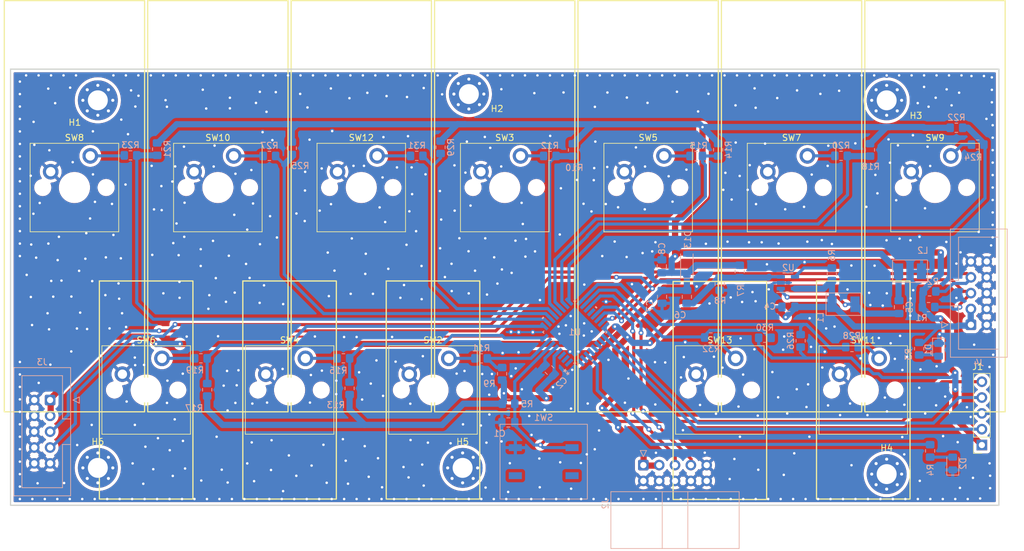
<source format=kicad_pcb>
(kicad_pcb (version 20211014) (generator pcbnew)
  (layers (0 "F.Cu" signal) (31 "B.Cu" signal) (34 "B.Paste" user) (35 "F.Paste" user) (36 "B.SilkS" user "B.Silkscreen") (37 "F.SilkS" user "F.Silkscreen") (38 "B.Mask" user) (39 "F.Mask" user) (44 "Edge.Cuts" user))
  (net 0 "")
  (net 1 "NRSTk")
  (net 2 "GND")
  (net 3 "+3V3")
  (net 4 "LOAD")
  (net 5 "Net-(C5-Pad1)")
  (net 6 "Net-(C5-Pad2)")
  (net 7 "Net-(C6-Pad2)")
  (net 8 "KSWC1k")
  (net 9 "Net-(D1-Pad2)")
  (net 10 "KSWC7k")
  (net 11 "Net-(D2-Pad2)")
  (net 12 "KSWC2k")
  (net 13 "KSWC8k")
  (net 14 "KSWC3k")
  (net 15 "STATUS_LEDk")
  (net 16 "KSWC9k")
  (net 17 "Net-(R11-Pad2)")
  (net 18 "KSWC4k")
  (net 19 "Net-(R12-Pad2)")
  (net 20 "KSWC10k")
  (net 21 "Net-(R15-Pad2)")
  (net 22 "KSWC5k")
  (net 23 "Net-(R16-Pad2)")
  (net 24 "KSWC11k")
  (net 25 "Net-(R19-Pad2)")
  (net 26 "KSWC6k")
  (net 27 "Net-(R20-Pad2)")
  (net 28 "KSWC12k")
  (net 29 "Net-(R23-Pad2)")
  (net 30 "Net-(R24-Pad2)")
  (net 31 "Net-(R27-Pad2)")
  (net 32 "SWCLKk")
  (net 33 "SWDIOk")
  (net 34 "I2C1_SCL")
  (net 35 "I2C1_SDA")
  (net 36 "I2C2_SDAk")
  (net 37 "I2C2_SCLk")
  (net 38 "Net-(R28-Pad2)")
  (net 39 "Net-(R31-Pad2)")
  (net 40 "Net-(R6-Pad2)")
  (net 41 "Net-(R32-Pad2)")
  (footprint "cherry_mx:SW_Cherry_MX_PCB_1.00u" (layer "F.Cu") (at 189.75 64)
    (fp_text reference "SW9")
    (fp_text value "Cherry_MX_1u")
  )
  (footprint "cherry_mx:SW_Cherry_MX_PCB_1.00u" (layer "F.Cu") (at 166.75 64)
    (fp_text reference "SW7")
    (fp_text value "Cherry_MX_1u")
  )
  (footprint "cherry_mx:SW_Cherry_MX_PCB_1.00u" (layer "F.Cu") (at 120.75 64)
    (fp_text reference "SW3")
    (fp_text value "Cherry_MX_1u")
  )
  (footprint "cherry_mx:SW_Cherry_MX_PCB_1.00u" (layer "F.Cu") (at 97.75 64)
    (fp_text reference "SW12")
    (fp_text value "Cherry_MX_1u")
  )
  (footprint "cherry_mx:SW_Cherry_MX_PCB_1.00u" (layer "F.Cu") (at 109.25 96.5)
    (fp_text reference "SW2")
    (fp_text value "Cherry_MX_1u")
  )
  (footprint "cherry_mx:SW_Cherry_MX_PCB_1.00u" (layer "F.Cu") (at 86.25 96.5)
    (fp_text reference "SW4")
    (fp_text value "Cherry_MX_1u")
  )
  (footprint "MountingHole:MountingHole_3.2mm_M3_Pad_Via" (layer "F.Cu") (at 55.5 109)
    (fp_text reference "H6")
    (fp_text value "MountingHole")
  )
  (footprint "MountingHole:MountingHole_3.2mm_M3_Pad_Via" (layer "F.Cu") (at 115 49)
    (fp_text reference "H2")
    (fp_text value "MountingHole")
  )
  (footprint "Connector_PinSocket_2.54mm:PinSocket_1x05_P2.54mm_Vertical" (layer "F.Cu") (at 197.265 105.33 180)
    (fp_text reference "J1")
    (fp_text value "Conn_01x05_Male")
  )
  (footprint "cherry_mx:SW_Cherry_MX_PCB_1.00u" (layer "F.Cu") (at 143.75 64)
    (fp_text reference "SW5")
    (fp_text value "Cherry_MX_1u")
  )
  (footprint "cherry_mx:SW_Cherry_MX_PCB_1.00u" (layer "F.Cu") (at 178.25 96.5)
    (fp_text reference "SW11")
    (fp_text value "Cherry_MX_1u")
  )
  (footprint "cherry_mx:SW_Cherry_MX_PCB_1.00u" (layer "F.Cu") (at 155.25 96.5)
    (fp_text reference "SW13")
    (fp_text value "Cherry_MX_1u")
  )
  (footprint "MountingHole:MountingHole_3.2mm_M3_Pad_Via" (layer "F.Cu") (at 114 109)
    (fp_text reference "H5")
    (fp_text value "MountingHole")
  )
  (footprint "MountingHole:MountingHole_3.2mm_M3_Pad_Via" (layer "F.Cu") (at 182 110)
    (fp_text reference "H4")
    (fp_text value "MountingHole")
  )
  (footprint "MountingHole:MountingHole_3.2mm_M3_Pad_Via" (layer "F.Cu") (at 55.5 50)
    (fp_text reference "H1")
    (fp_text value "MountingHole")
  )
  (footprint "cherry_mx:SW_Cherry_MX_PCB_1.00u" (layer "F.Cu") (at 63.25 96.5)
    (fp_text reference "SW6")
    (fp_text value "Cherry_MX_1u")
  )
  (footprint "cherry_mx:SW_Cherry_MX_PCB_1.00u" (layer "F.Cu") (at 51.75 64)
    (fp_text reference "SW8")
    (fp_text value "Cherry_MX_1u")
  )
  (footprint "MountingHole:MountingHole_3.2mm_M3_Pad_Via" (layer "F.Cu") (at 182 50)
    (fp_text reference "H3")
    (fp_text value "MountingHole")
  )
  (footprint "cherry_mx:SW_Cherry_MX_PCB_1.00u" (layer "F.Cu") (at 74.75 64)
    (fp_text reference "SW10")
    (fp_text value "Cherry_MX_1u")
  )
  (footprint "Resistor_SMD:R_0805_2012Metric_Pad1.20x1.40mm_HandSolder" (layer "B.Cu") (at 188.72 83.19)
    (fp_text reference "R1")
    (fp_text value "10k")
  )
  (footprint "Resistor_SMD:R_0805_2012Metric_Pad1.20x1.40mm_HandSolder" (layer "B.Cu") (at 174.69 58.91 180)
    (fp_text reference "R20")
    (fp_text value "100")
  )
  (footprint "Resistor_SMD:R_0805_2012Metric_Pad1.20x1.40mm_HandSolder" (layer "B.Cu") (at 154.98 57.94 90)
    (fp_text reference "R14")
    (fp_text value "10K")
  )
  (footprint "Resistor_SMD:R_0805_2012Metric_Pad1.20x1.40mm_HandSolder" (layer "B.Cu") (at 65.01 57.84 90)
    (fp_text reference "R21")
    (fp_text value "10K")
  )
  (footprint "footprints:LQFP-32" (layer "B.Cu") (at 131.99 87.21 45)
    (fp_text reference "U1")
    (fp_text value "STM32G030K6T6")
  )
  (footprint "Resistor_SMD:R_0805_2012Metric_Pad1.20x1.40mm_HandSolder" (layer "B.Cu") (at 110.46 57.54 90)
    (fp_text reference "R29")
    (fp_text value "10K")
  )
  (footprint "Resistor_SMD:R_0805_2012Metric_Pad1.20x1.40mm_HandSolder" (layer "B.Cu") (at 106.64 58.92 180)
    (fp_text reference "R31")
    (fp_text value "100")
  )
  (footprint "LED_SMD:LED_0805_2012Metric_Pad1.15x1.40mm_HandSolder" (layer "B.Cu") (at 192.6 108.3 90)
    (fp_text reference "D2")
    (fp_text value "RED LED")
  )
  (footprint "Resistor_SMD:R_0805_2012Metric_Pad1.20x1.40mm_HandSolder" (layer "B.Cu") (at 127.99 58.93 180)
    (fp_text reference "R12")
    (fp_text value "100")
  )
  (footprint "Resistor_SMD:R_0805_2012Metric_Pad1.20x1.40mm_HandSolder" (layer "B.Cu") (at 193.18 54.41 180)
    (fp_text reference "R22")
    (fp_text value "10K")
  )
  (footprint "Resistor_SMD:R_0805_2012Metric_Pad1.20x1.40mm_HandSolder" (layer "B.Cu") (at 131.69 57.97 90)
    (fp_text reference "R10")
    (fp_text value "10K")
  )
  (footprint "inductors:inductor_koherelec" (layer "B.Cu") (at 175.08 82.73 -90)
    (fp_text reference "L1")
    (fp_text value "6.8uH")
  )
  (footprint "Resistor_SMD:R_0805_2012Metric_Pad1.20x1.40mm_HandSolder" (layer "B.Cu") (at 86.6 57.69 90)
    (fp_text reference "R25")
    (fp_text value "10K")
  )
  (footprint "Resistor_SMD:R_0805_2012Metric_Pad1.20x1.40mm_HandSolder" (layer "B.Cu") (at 155.22 79.49 -90)
    (fp_text reference "R8")
    (fp_text value "5.6k")
  )
  (footprint "Resistor_SMD:R_0805_2012Metric_Pad1.20x1.40mm_HandSolder" (layer "B.Cu") (at 158.43 77.47 -90)
    (fp_text reference "R7")
    (fp_text value "9.1k")
  )
  (footprint "Capacitor_SMD:C_0805_2012Metric_Pad1.18x1.45mm_HandSolder" (layer "B.Cu") (at 127.929449 93.305093 135)
    (fp_text reference "C2")
    (fp_text value "100nF")
  )
  (footprint "Resistor_SMD:R_0805_2012Metric_Pad1.20x1.40mm_HandSolder" (layer "B.Cu") (at 173.21 77.91 90)
    (fp_text reference "R6")
    (fp_text value "100K")
  )
  (footprint "Resistor_SMD:R_0805_2012Metric_Pad1.20x1.40mm_HandSolder" (layer "B.Cu") (at 168.2 88.6 -90)
    (fp_text reference "R26")
    (fp_text value "10K")
  )
  (footprint "Resistor_SMD:R_0805_2012Metric_Pad1.20x1.40mm_HandSolder" (layer "B.Cu") (at 179.32 57.96 90)
    (fp_text reference "R18")
    (fp_text value "10K")
  )
  (footprint "Capacitor_SMD:C_0805_2012Metric_Pad1.18x1.45mm_HandSolder" (layer "B.Cu") (at 166.24 83.17 180)
    (fp_text reference "C4")
    (fp_text value "22uF")
  )
  (footprint "Resistor_SMD:R_0805_2012Metric_Pad1.20x1.40mm_HandSolder" (layer "B.Cu") (at 162.47 88.12 180)
    (fp_text reference "R30")
    (fp_text value "10K")
  )
  (footprint "Capacitor_SMD:C_0805_2012Metric_Pad1.18x1.45mm_HandSolder" (layer "B.Cu") (at 149.96 81.55 -90)
    (fp_text reference "C6")
    (fp_text value "2.2nF")
  )
  (footprint "Connector_IDC:IDC-Header_2x05_P2.54mm_Horizontal" (layer "B.Cu") (at 142.98 108.5525 -90)
    (fp_text reference "J2")
    (fp_text value "Conn_01x10_Male")
  )
  (footprint "Resistor_SMD:R_0805_2012Metric_Pad1.20x1.40mm_HandSolder" (layer "B.Cu") (at 121.36 98.7)
    (fp_text reference "R5")
    (fp_text value "10k")
  )
  (footprint "Resistor_SMD:R_0805_2012Metric_Pad1.20x1.40mm_HandSolder" (layer "B.Cu") (at 95.87 96.23 -90)
    (fp_text reference "R13")
    (fp_text value "10K")
  )
  (footprint "Resistor_SMD:R_0805_2012Metric_Pad1.20x1.40mm_HandSolder" (layer "B.Cu") (at 72.03 91.41 180)
    (fp_text reference "R19")
    (fp_text value "100")
  )
  (footprint "Connector_IDC:IDC-Header_2x05_P2.54mm_Vertical" (layer "B.Cu") (at 47.85 98.11 180)
    (fp_text reference "J3")
    (fp_text value "Conn_01x10_Male")
  )
  (footprint "Resistor_SMD:R_0805_2012Metric_Pad1.20x1.40mm_HandSolder" (layer "B.Cu") (at 187.21 89.87 -90)
    (fp_text reference "R3")
    (fp_text value "1k")
  )
  (footprint "tactile_button:ROCPU Switches TP10721645" (layer "B.Cu") (at 127 108 180)
    (fp_text reference "SW1")
    (fp_text value "SW_Push")
  )
  (footprint "Resistor_SMD:R_0805_2012Metric_Pad1.20x1.40mm_HandSolder" (layer "B.Cu") (at 83.01 58.93 180)
    (fp_text reference "R27")
    (fp_text value "100")
  )
  (footprint "Capacitor_SMD:C_0805_2012Metric_Pad1.18x1.45mm_HandSolder" (layer "B.Cu") (at 145.94 76.64 90)
    (fp_text reference "C8")
    (fp_text value "?uF")
  )
  (footprint "Resistor_SMD:R_0805_2012Metric_Pad1.20x1.40mm_HandSolder" (layer "B.Cu") (at 94.88 91.41 180)
    (fp_text reference "R16")
    (fp_text value "100")
  )
  (footprint "inductors:inductor_koherelec" (layer "B.Cu") (at 185.75 77.43 -90)
    (fp_text reference "L2")
    (fp_text value "6.8uH")
  )
  (footprint "Resistor_SMD:R_0805_2012Metric_Pad1.20x1.40mm_HandSolder" (layer "B.Cu") (at 151.46 58.94 180)
    (fp_text reference "R15")
    (fp_text value "100")
  )
  (footprint "LED_SMD:LED_0805_2012Metric_Pad1.15x1.40mm_HandSolder" (layer "B.Cu") (at 190.32 90.04 -90)
    (fp_text reference "D1")
    (fp_text value "GREEN LED")
  )
  (footprint "Resistor_SMD:R_0805_2012Metric_Pad1.20x1.40mm_HandSolder" (layer "B.Cu") (at 116.96 91.42 180)
    (fp_text reference "R11")
    (fp_text value "100")
  )
  (footprint "Capacitor_SMD:C_0805_2012Metric_Pad1.18x1.45mm_HandSolder" (layer "B.Cu") (at 121.33 101.7 180)
    (fp_text reference "C1")
    (fp_text value "100nF")
  )
  (footprint "Connector_IDC:IDC-Header_2x05_P2.54mm_Vertical" (layer "B.Cu") (at 195.5075 86.03)
    (fp_text reference "J4")
    (fp_text value "Conn_01x10_Male")
  )
  (footprint "Capacitor_SMD:C_0805_2012Metric_Pad1.18x1.45mm_HandSolder" (layer "B.Cu") (at 145.98 81.54 -90)
    (fp_text reference "C7")
    (fp_text value "10uF")
  )
  (footprint "Resistor_SMD:R_0805_2012Metric_Pad1.20x1.40mm_HandSolder" (layer "B.Cu") (at 196.6 57.11 180)
    (fp_text reference "R24")
    (fp_text value "100")
  )
  (footprint "Resistor_SMD:R_0805_2012Metric_Pad1.20x1.40mm_HandSolder" (layer "B.Cu") (at 188.88 80.67)
    (fp_text reference "R2")
    (fp_text value "10k")
  )
  (footprint "Package_TO_SOT_SMD:SOT-23-5" (layer "B.Cu") (at 166.16 79.28)
    (fp_text reference "U2")
    (fp_text value "LMR62421XMF")
  )
  (footprint "Resistor_SMD:R_0805_2012Metric_Pad1.20x1.40mm_HandSolder" (layer "B.Cu") (at 73.04 96.46 -90)
    (fp_text reference "R17")
    (fp_text value "10K")
  )
  (footprint "Resistor_SMD:R_0805_2012Metric_Pad1.20x1.40mm_HandSolder" (layer "B.Cu") (at 188.97 106.27 -90)
    (fp_text reference "R4")
    (fp_text value "1k")
  )
  (footprint "Diode_SMD:D_SOD-123" (layer "B.Cu") (at 149.96 76.3 90)
    (fp_text reference "D13")
    (fp_text value "FUXINSEMI DSK34 (SOD-123)")
  )
  (footprint "Resistor_SMD:R_0805_2012Metric_Pad1.20x1.40mm_HandSolder" (layer "B.Cu") (at 176.43 89.6)
    (fp_text reference "R28")
    (fp_text value "100")
  )
  (footprint "Resistor_SMD:R_0805_2012Metric_Pad1.20x1.40mm_HandSolder" (layer "B.Cu") (at 120.33 93.89 -90)
    (fp_text reference "R9")
    (fp_text value "10K")
  )
  (footprint "Resistor_SMD:R_0805_2012Metric_Pad1.20x1.40mm_HandSolder" (layer "B.Cu") (at 60.74 58.84 180)
    (fp_text reference "R23")
    (fp_text value "100")
  )
  (footprint "Capacitor_SMD:C_0805_2012Metric_Pad1.18x1.45mm_HandSolder" (layer "B.Cu") (at 183.97 83.19 90)
    (fp_text reference "C5")
    (fp_text value "2.2uF")
  )
  (footprint "Resistor_SMD:R_0805_2012Metric_Pad1.20x1.40mm_HandSolder" (layer "B.Cu") (at 153.81 88.07)
    (fp_text reference "R32")
    (fp_text value "100")
  )
  (gr_rect (start 132.5 34) (end 155 100) (layer "F.SilkS") (width 0.2) (fill none))
  (gr_rect (start 55.75 79) (end 70.75 114) (layer "F.SilkS") (width 0.2) (fill none))
  (gr_rect (start 101.75 79) (end 116.75 114) (layer "F.SilkS") (width 0.2) (fill none))
  (gr_rect (start 178.5 34) (end 201 100) (layer "F.SilkS") (width 0.2) (fill none))
  (gr_rect (start 63.5 34) (end 86 100) (layer "F.SilkS") (width 0.2) (fill none))
  (gr_rect (start 109.5 34) (end 132 100) (layer "F.SilkS") (width 0.2) (fill none))
  (gr_rect (start 155.5 34) (end 178 100) (layer "F.SilkS") (width 0.2) (fill none))
  (gr_rect (start 40.5 34) (end 63 100) (layer "F.SilkS") (width 0.2) (fill none))
  (gr_rect (start 78.75 79) (end 93.75 114) (layer "F.SilkS") (width 0.2) (fill none))
  (gr_rect (start 147.75 79.07) (end 162.75 114.07) (layer "F.SilkS") (width 0.2) (fill none))
  (gr_rect (start 86.5 34) (end 109 100) (layer "F.SilkS") (width 0.2) (fill none))
  (gr_rect (start 170.75 79) (end 185.75 114) (layer "F.SilkS") (width 0.2) (fill none))
  (gr_rect (start 41.5 45) (end 200 115) (layer "Edge.Cuts") (width 0.2) (fill none))
  (segment (start 130.27 101.54) (end 131.58 101.54) (width 0.5) (layer "F.Cu") (net 1))
  (segment (start 131.58 101.54) (end 184.51 101.54) (width 0.5) (layer "F.Cu") (net 1))
  (segment (start 190.88 95.17) (end 197.265 95.17) (width 0.5) (layer "F.Cu") (net 1))
  (segment (start 126.48 105.33) (end 130.27 101.54) (width 0.5) (layer "F.Cu") (net 1))
  (segment (start 184.51 101.54) (end 190.88 95.17) (width 0.5) (layer "F.Cu") (net 1))
  (via (at 126.48 105.33) (size 0.8) (drill 0.4) (layers "F.Cu" "B.Cu") (net 1))
  (segment (start 122.36 98.7) (end 122.36 95.142944) (width 0.5) (layer "B.Cu") (net 1))
  (segment (start 126.48 105.33) (end 126.9 105.75) (width 0.5) (layer "B.Cu") (net 1))
  (segment (start 126.9 105.75) (end 131.55 105.75) (width 0.5) (layer "B.Cu") (net 1))
  (segment (start 122.3675 98.7075) (end 122.36 98.7) (width 0.5) (layer "B.Cu") (net 1))
  (segment (start 122.3675 102.218891) (end 122.3675 101.7) (width 0.5) (layer "B.Cu") (net 1))
  (segment (start 122.36 95.142944) (end 128.231869 89.271075) (width 0.5) (layer "B.Cu") (net 1))
  (segment (start 126.48 105.33) (end 125.478609 105.33) (width 0.5) (layer "B.Cu") (net 1))
  (segment (start 125.478609 105.33) (end 122.3675 102.218891) (width 0.5) (layer "B.Cu") (net 1))
  (segment (start 122.3675 101.7) (end 122.3675 98.7075) (width 0.5) (layer "B.Cu") (net 1))
  (via (at 176.36 108.57) (size 0.8) (drill 0.4) (layers "F.Cu" "B.Cu") (net 2))
  (via (at 143 114) (size 0.8) (drill 0.4) (layers "F.Cu" "B.Cu") (net 2))
  (via (at 190.01 92.69) (size 0.8) (drill 0.4) (layers "F.Cu" "B.Cu") (net 2))
  (via (at 112 46) (size 0.8) (drill 0.4) (layers "F.Cu" "B.Cu") (net 2))
  (via (at 80.56 111.13) (size 0.8) (drill 0.4) (layers "F.Cu" "B.Cu") (net 2))
  (via (at 198.87 46.32) (size 0.8) (drill 0.4) (layers "F.Cu" "B.Cu") (net 2))
  (via (at 92 46) (size 0.8) (drill 0.4) (layers "F.Cu" "B.Cu") (net 2))
  (via (at 68 46) (size 0.8) (drill 0.4) (layers "F.Cu" "B.Cu") (net 2))
  (via (at 155.8 64.37) (size 0.8) (drill 0.4) (layers "F.Cu" "B.Cu") (net 2))
  (via (at 196.76 71.12) (size 0.8) (drill 0.4) (layers "F.Cu" "B.Cu") (net 2))
  (via (at 117.91 81.18) (size 0.8) (drill 0.4) (layers "F.Cu" "B.Cu") (net 2))
  (via (at 105.33 110.53) (size 0.8) (drill 0.4) (layers "F.Cu" "B.Cu") (net 2))
  (via (at 85 114) (size 0.8) (drill 0.4) (layers "F.Cu" "B.Cu") (net 2))
  (via (at 88 46) (size 0.8) (drill 0.4) (layers "F.Cu" "B.Cu") (net 2))
  (via (at 120.3 77.15) (size 0.8) (drill 0.4) (layers "F.Cu" "B.Cu") (net 2))
  (via (at 43 71) (size 0.8) (drill 0.4) (layers "F.Cu" "B.Cu") (net 2))
  (via (at 171.68 92.89) (size 0.8) (drill 0.4) (layers "F.Cu" "B.Cu") (net 2))
  (via (at 107.41 76.59) (size 0.8) (drill 0.4) (layers "F.Cu" "B.Cu") (net 2))
  (via (at 43 55) (size 0.8) (drill 0.4) (layers "F.Cu" "B.Cu") (net 2))
  (via (at 123 114) (size 0.8) (drill 0.4) (layers "F.Cu" "B.Cu") (net 2))
  (via (at 188 46) (size 0.8) (drill 0.4) (layers "F.Cu" "B.Cu") (net 2))
  (via (at 67.83 101.21) (size 0.8) (drill 0.4) (layers "F.Cu" "B.Cu") (net 2))
  (via (at 153.43 48.96) (size 0.8) (drill 0.4) (layers "F.Cu" "B.Cu") (net 2))
  (via (at 84 46) (size 0.8) (drill 0.4) (layers "F.Cu" "B.Cu") (net 2))
  (via (at 114.45 61.61) (size 0.8) (drill 0.4) (layers "F.Cu" "B.Cu") (net 2))
  (via (at 82.64 98.52) (size 0.8) (drill 0.4) (layers "F.Cu" "B.Cu") (net 2))
  (via (at 59 114) (size 0.8) (drill 0.4) (layers "F.Cu" "B.Cu") (net 2))
  (via (at 120.21 48.22) (size 0.8) (drill 0.4) (layers "F.Cu" "B.Cu") (net 2))
  (via (at 79.84 78.51) (size 0.8) (drill 0.4) (layers "F.Cu" "B.Cu") (net 2))
  (via (at 191.62 48.24) (size 0.8) (drill 0.4) (layers "F.Cu" "B.Cu") (net 2))
  (via (at 112.07 105.05) (size 0.8) (drill 0.4) (layers "F.Cu" "B.Cu") (net 2))
  (via (at 104 46) (size 0.8) (drill 0.4) (layers "F.Cu" "B.Cu") (net 2))
  (via (at 43 94) (size 0.8) (drill 0.4) (layers "F.Cu" "B.Cu") (net 2))
  (via (at 96 46) (size 0.8) (drill 0.4) (layers "F.Cu" "B.Cu") (net 2))
  (via (at 66.58 51.04) (size 0.8) (drill 0.4) (layers "F.Cu" "B.Cu") (net 2))
  (via (at 108 46) (size 0.8) (drill 0.4) (layers "F.Cu" "B.Cu") (net 2))
  (via (at 67.03 106.16) (size 0.8) (drill 0.4) (layers "F.Cu" "B.Cu") (net 2))
  (via (at 83 114) (size 0.8) (drill 0.4) (layers "F.Cu" "B.Cu") (net 2))
  (via (at 62 46) (size 0.8) (drill 0.4) (layers "F.Cu" "B.Cu") (net 2))
  (via (at 98.94 110.43) (size 0.8) (drill 0.4) (layers "F.Cu" "B.Cu") (net 2))
  (via (at 65 114) (size 0.8) (drill 0.4) (layers "F.Cu" "B.Cu") (net 2))
  (via (at 159 114) (size 0.8) (drill 0.4) (layers "F.Cu" "B.Cu") (net 2))
  (via (at 163 114) (size 0.8) (drill 0.4) (layers "F.Cu" "B.Cu") (net 2))
  (via (at 66.01 80.98) (size 0.8) (drill 0.4) (layers "F.Cu" "B.Cu") (net 2))
  (via (at 77.38 68.38) (size 0.8) (drill 0.4) (layers "F.Cu" "B.Cu") (net 2))
  (via (at 124.68 100.67) (size 0.8) (drill 0.4) (layers "F.Cu" "B.Cu") (net 2))
  (via (at 101.3 55.91) (size 0.8) (drill 0.4) (layers "F.Cu" "B.Cu") (net 2))
  (via (at 100.43 107.45) (size 0.8) (drill 0.4) (layers "F.Cu" "B.Cu") (net 2))
  (via (at 72.33 48.3) (size 0.8) (drill 0.4) (layers "F.Cu" "B.Cu") (net 2))
  (via (at 164.6 97.67) (size 0.8) (drill 0.4) (layers "F.Cu" "B.Cu") (net 2))
  (via (at 50.09 111.43) (size 0.8) (drill 0.4) (layers "F.Cu" "B.Cu") (net 2))
  (via (at 95 114) (size 0.8) (drill 0.4) (layers "F.Cu" "B.Cu") (net 2))
  (via (at 103.25 91.95) (size 0.8) (drill 0.4) (layers "F.Cu" "B.Cu") (net 2))
  (via (at 153.01 73.03) (size 0.8) (drill 0.4) (layers "F.Cu" "B.Cu") (net 2))
  (via (at 88.68 69.38) (size 0.8) (drill 0.4) (layers "F.Cu" "B.Cu") (net 2))
  (via (at 143.65 50.41) (size 0.8) (drill 0.4) (layers "F.Cu" "B.Cu") (net 2))
  (via (at 121.8 94.27) (size 0.8) (drill 0.4) (layers "F.Cu" "B.Cu") (net 2))
  (via (at 48.35 81.52) (size 0.8) (drill 0.4) (layers "F.Cu" "B.Cu") (net 2))
  (via (at 181.98 72.47) (size 0.8) (drill 0.4) (layers "F.Cu" "B.Cu") (net 2))
  (via (at 157 114) (size 0.8) (drill 0.4) (layers "F.Cu" "B.Cu") (net 2))
  (via (at 88.72 64.48) (size 0.8) (drill 0.4) (layers "F.Cu" "B.Cu") (net 2))
  (via (at 146 46) (size 0.8) (drill 0.4) (layers "F.Cu" "B.Cu") (net 2))
  (via (at 113 114) (size 0.8) (drill 0.4) (layers "F.Cu" "B.Cu") (net 2))
  (via (at 64.39 109.21) (size 0.8) (drill 0.4) (layers "F.Cu" "B.Cu") (net 2))
  (via (at 121 114) (size 0.8) (drill 0.4) (layers "F.Cu" "B.Cu") (net 2))
  (via (at 97 114) (size 0.8) (drill 0.4) (layers "F.Cu" "B.Cu") (net 2))
  (via (at 43 67) (size 0.8) (drill 0.4) (layers "F.Cu" "B.Cu") (net 2))
  (via (at 100.69 67.19) (size 0.8) (drill 0.4) (layers "F.Cu" "B.Cu") (net 2))
  (via (at 77.45 80.87) (size 0.8) (drill 0.4) (layers "F.Cu" "B.Cu") (net 2))
  (via (at 110 46) (size 0.8) (drill 0.4) (layers "F.Cu" "B.Cu") (net 2))
  (via (at 180.75 88.15) (size 0.8) (drill 0.4) (layers "F.Cu" "B.Cu") (net 2))
  (via (at 52.15 86.63) (size 0.8) (drill 0.4) (layers "F.Cu" "B.Cu") (net 2))
  (via (at 147.04 62.19) (size 0.8) (drill 0.4) (layers "F.Cu" "B.Cu") (net 2))
  (via (at 43 73) (size 0.8) (drill 0.4) (layers "F.Cu" "B.Cu") (net 2))
  (via (at 152.83 106.56) (size 0.8) (drill 0.4) (layers "F.Cu" "B.Cu") (net 2))
  (via (at 134.06 98.67) (size 0.8) (drill 0.4) (layers "F.Cu" "B.Cu") (net 2))
  (via (at 188.18 100.27) (size 0.8) (drill 0.4) (layers "F.Cu" "B.Cu") (net 2))
  (via (at 98.18 60.52) (size 0.8) (drill 0.4) (layers "F.Cu" "B.Cu") (net 2))
  (via (at 171.37 48.97) (size 0.8) (drill 0.4) (layers "F.Cu" "B.Cu") (net 2))
  (via (at 167.18 106.66) (size 0.8) (drill 0.4) (layers "F.Cu" "B.Cu") (net 2))
  (via (at 120 46) (size 0.8) (drill 0.4) (layers "F.Cu" "B.Cu") (net 2))
  (via (at 111.16 78.37) (size 0.8) (drill 0.4) (layers "F.Cu" "B.Cu") (net 2))
  (via (at 165.57 87.91) (size 0.8) (drill 0.4) (layers "F.Cu" "B.Cu") (net 2))
  (via (at 161.33 100.61) (size 0.8) (drill 0.4) (layers "F.Cu" "B.Cu") (net 2))
  (via (at 112.72 67.71) (size 0.8) (drill 0.4) (layers "F.Cu" "B.Cu") (net 2))
  (via (at 73.97 72.56) (size 0.8) (drill 0.4) (layers "F.Cu" "B.Cu") (net 2))
  (via (at 199 62) (size 0.8) (drill 0.4) (layers "F.Cu" "B.Cu") (net 2))
  (via (at 156.48 72.69) (size 0.8) (drill 0.4) (layers "F.Cu" "B.Cu") (net 2))
  (via (at 52.19 105.33) (size 0.8) (drill 0.4) (layers "F.Cu" "B.Cu") (net 2))
  (via (at 144.92 72.78) (size 0.8) (drill 0.4) (layers "F.Cu" "B.Cu") (net 2))
  (via (at 108.43 104.95) (size 0.8) (drill 0.4) (layers "F.Cu" "B.Cu") (net 2))
  (via (at 104.6 79.65) (size 0.8) (drill 0.4) (layers "F.Cu" "B.Cu") (net 2))
  (via (at 135.28 56.63) (size 0.8) (drill 0.4) (layers "F.Cu" "B.Cu") (net 2))
  (via (at 68.59 79.14) (size 0.8) (drill 0.4) (layers "F.Cu" "B.Cu") (net 2))
  (via (at 62.91 92.47) (size 0.8) (drill 0.4) (layers "F.Cu" "B.Cu") (net 2))
  (via (at 61.08 108.28) (size 0.8) (drill 0.4) (layers "F.Cu" "B.Cu") (net 2))
  (via (at 173.64 86.32) (size 0.8) (drill 0.4) (layers "F.Cu" "B.Cu") (net 2))
  (via (at 167.63 48.41) (size 0.8) (drill 0.4) (layers "F.Cu" "B.Cu") (net 2))
  (via (at 57.77 66.63) (size 0.8) (drill 0.4) (layers "F.Cu" "B.Cu") (net 2))
  (via (at 58.82 79.39) (size 0.8) (drill 0.4) (layers "F.Cu" "B.Cu") (net 2))
  (via (at 47.55 48.13) (size 0.8) (drill 0.4) (layers "F.Cu" "B.Cu") (net 2))
  (via (at 186 46) (size 0.8) (drill 0.4) (layers "F.Cu" "B.Cu") (net 2))
  (via (at 59.26 53.1) (size 0.8) (drill 0.4) (layers "F.Cu" "B.Cu") (net 2))
  (via (at 185 114) (size 0.8) (drill 0.4) (layers "F.Cu" "B.Cu") (net 2))
  (via (at 169.98 61.92) (size 0.8) (drill 0.4) (layers "F.Cu" "B.Cu") (net 2))
  (via (at 194.87 99.26) (size 0.8) (drill 0.4) (layers "F.Cu" "B.Cu") (net 2))
  (via (at 62.02 49.27) (size 0.8) (drill 0.4) (layers "F.Cu" "B.Cu") (net 2))
  (via (at 53.65 71.33) (size 0.8) (drill 0.4) (layers "F.Cu" "B.Cu") (net 2))
  (via (at 154 46) (size 0.8) (drill 0.4) (layers "F.Cu" "B.Cu") (net 2))
  (via (at 174 46) (size 0.8) (drill 0.4) (layers "F.Cu" "B.Cu") (net 2))
  (via (at 198.87 48.32) (size 0.8) (drill 0.4) (layers "F.Cu" "B.Cu") (net 2))
  (via (at 199 58) (size 0.8) (drill 0.4) (layers "F.Cu" "B.Cu") (net 2))
  (via (at 67.9 60.61) (size 0.8) (drill 0.4) (layers "F.Cu" "B.Cu") (net 2))
  (via (at 94.8 104.39) (size 0.8) (drill 0.4) (layers "F.Cu" "B.Cu") (net 2))
  (via (at 149.47 91.21) (size 0.8) (drill 0.4) (layers "F.Cu" "B.Cu") (net 2))
  (via (at 85.22 82.71) (size 0.8) (drill 0.4) (layers "F.Cu" "B.Cu") (net 2))
  (via (at 150 46) (size 0.8) (drill 0.4) (layers "F.Cu" "B.Cu") (net 2))
  (via (at 133.51 79.58) (size 0.8) (drill 0.4) (layers "F.Cu" "B.Cu") (net 2))
  (via (at 191.57 72.73) (size 0.8) (drill 0.4) (layers "F.Cu" "B.Cu") (net 2))
  (via (at 79 114) (size 0.8) (drill 0.4) (layers "F.Cu" "B.Cu") (net 2))
  (via (at 138.93 67.17) (size 0.8) (drill 0.4) (layers "F.Cu" "B.Cu") (net 2))
  (via (at 117.14 93.93) (size 0.8) (drill 0.4) (layers "F.Cu" "B.Cu") (net 2))
  (via (at 87.35 68.17) (size 0.8) (drill 0.4) (layers "F.Cu" "B.Cu") (net 2))
  (via (at 69.49 109.1) (size 0.8) (drill 0.4) (layers "F.Cu" "B.Cu") (net 2))
  (via (at 187.42 93.19) (size 0.8) (drill 0.4) (layers "F.Cu" "B.Cu") (net 2))
  (via (at 184.15 87.81) (size 0.8) (drill 0.4) (layers "F.Cu" "B.Cu") (net 2))
  (via (at 98.47 74.63) (size 0.8) (drill 0.4) (layers "F.Cu" "B.Cu") (net 2))
  (via (at 198.5 108.27) (size 0.8) (drill 0.4) (layers "F.Cu" "B.Cu") (net 2))
  (via (at 199 60) (size 0.8) (drill 0.4) (layers "F.Cu" "B.Cu") (net 2))
  (via (at 139 114) (size 0.8) (drill 0.4) (layers "F.Cu" "B.Cu") (net 2))
  (via (at 76.68 49.59) (size 0.8) (drill 0.4) (layers "F.Cu" "B.Cu") (net 2))
  (via (at 166 46) (size 0.8) (drill 0.4) (layers "F.Cu" "B.Cu") (net 2))
  (via (at 109 114) (size 0.8) (drill 0.4) (layers "F.Cu" "B.Cu") (net 2))
  (via (at 69.36 71.91) (size 0.8) (drill 0.4) (layers "F.Cu" "B.Cu") (net 2))
  (via (at 125.61 74.25) (size 0.8) (drill 0.4) (layers "F.Cu" "B.Cu") (net 2))
  (via (at 140 46) (size 0.8) (drill 0.4) (layers "F.Cu" "B.Cu") (net 2))
  (via (at 119 114) (size 0.8) (drill 0.4) (layers "F.Cu" "B.Cu") (net 2))
  (via (at 126.37 112.11) (size 0.8) (drill 0.4) (layers "F.Cu" "B.Cu") (net 2))
  (via (at 43 57) (size 0.8) (drill 0.4) (layers "F.Cu" "B.Cu") (net 2))
  (via (at 48.03 78.99) (size 0.8) (drill 0.4) (layers "F.Cu" "B.Cu") (net 2))
  (via (at 104.02 81.7) (size 0.8) (drill 0.4) (layers "F.Cu" "B.Cu") (net 2))
  (via (at 152 46) (size 0.8) (drill 0.4) (layers "F.Cu" "B.Cu") (net 2))
  (via (at 51 114) (size 0.8) (drill 0.4) (layers "F.Cu" "B.Cu") (net 2))
  (via (at 123.65 69.85) (size 0.8) (drill 0.4) (layers "F.Cu" "B.Cu") (net 2))
  (via (at 184 46) (size 0.8) (drill 0.4) (layers "F.Cu" "B.Cu") (net 2))
  (via (at 186.26 80.48) (size 0.8) (drill 0.4) (layers "F.Cu" "B.Cu") (net 2))
  (via (at 183.81 57.23) (size 0.8) (drill 0.4) (layers "F.Cu" "B.Cu") (net 2))
  (via (at 105.46 67.82) (size 0.8) (drill 0.4) (layers "F.Cu" "B.Cu") (net 2))
  (via (at 196.03 89.23) (size 0.8) (drill 0.4) (layers "F.Cu" "B.Cu") (net 2))
  (via (at 198.87 52.32) (size 0.8) (drill 0.4) (layers "F.Cu" "B.Cu") (net 2))
  (via (at 110.39 73.75) (size 0.8) (drill 0.4) (layers "F.Cu" "B.Cu") (net 2))
  (via (at 63.13 105.6) (size 0.8) (drill 0.4) (layers "F.Cu" "B.Cu") (net 2))
  (via (at 87 114) (size 0.8) (drill 0.4) (layers "F.Cu" "B.Cu") (net 2))
  (via (at 160 46) (size 0.8) (drill 0.4) (layers "F.Cu" "B.Cu") (net 2))
  (via (at 73 114) (size 0.8) (drill 0.4) (layers "F.Cu" "B.Cu") (net 2))
  (via (at 79.46 70.76) (size 0.8) (drill 0.4) (layers "F.Cu" "B.Cu") (net 2))
  (via (at 138 46) (size 0.8) (drill 0.4) (layers "F.Cu" "B.Cu") (net 2))
  (via (at 134.66 67.84) (size 0.8) (drill 0.4) (layers "F.Cu" "B.Cu") (net 2))
  (via (at 183.31 91.5) (size 0.8) (drill 0.4) (layers "F.Cu" "B.Cu") (net 2))
  (via (at 57.38 86.61) (size 0.8) (drill 0.4) (layers "F.Cu" "B.Cu") (net 2))
  (via (at 98.72 48.8) (size 0.8) (drill 0.4) (layers "F.Cu" "B.Cu") (net 2))
  (via (at 172 46) (size 0.8) (drill 0.4) (layers "F.Cu" "B.Cu") (net 2))
  (via (at 135.21 51.05) (size 0.8) (drill 0.4) (layers "F.Cu" "B.Cu") (net 2))
  (via (at 133.49 85.8) (size 0.8) (drill 0.4) (layers "F.Cu" "B.Cu") (net 2))
  (via (at 160.48 80.78) (size 0.8) (drill 0.4) (layers "F.Cu" "B.Cu") (net 2))
  (via (at 114.3 93.44) (size 0.8) (drill 0.4) (layers "F.Cu" "B.Cu") (net 2))
  (via (at 151 114) (size 0.8) (drill 0.4) (layers "F.Cu" "B.Cu") (net 2))
  (via (at 158.43 62.14) (size 0.8) (drill 0.4) (layers "F.Cu" "B.Cu") (net 2))
  (via (at 167.58 96.37) (size 0.8) (drill 0.4) (layers "F.Cu" "B.Cu") (net 2))
  (via (at 118.43 57.63) (size 0.8) (drill 0.4) (layers "F.Cu" "B.Cu") (net 2))
  (via (at 160.04 60.41) (size 0.8) (drill 0.4) (layers "F.Cu" "B.Cu") (net 2))
  (via (at 190 46) (size 0.8) (drill 0.4) (layers "F.Cu" "B.Cu") (net 2))
  (via (at 144 46) (size 0.8) (drill 0.4) (layers "F.Cu" "B.Cu") (net 2))
  (via (at 95.25 107.85) (size 0.8) (drill 0.4) (layers "F.Cu" "B.Cu") (net 2))
  (via (at 135.1 60.88) (size 0.8) (drill 0.4) (layers "F.Cu" "B.Cu") (net 2))
  (via (at 196.99 113.91) (size 0.8) (drill 0.4) (layers "F.Cu" "B.Cu") (net 2))
  (via (at 89 114) (size 0.8) (drill 0.4) (layers "F.Cu" "B.Cu") (net 2))
  (via (at 156 46) (size 0.8) (drill 0.4) (layers "F.Cu" "B.Cu") (net 2))
  (via (at 96.5 60.52) (size 0.8) (drill 0.4) (layers "F.Cu" "B.Cu") (net 2))
  (via (at 165 114) (size 0.8) (drill 0.4) (layers "F.Cu" "B.Cu") (net 2))
  (via (at 101.58 69.54) (size 0.8) (drill 0.4) (layers "F.Cu" "B.Cu") (net 2))
  (via (at 158.58 88.21) (size 0.8) (drill 0.4) (layers "F.Cu" "B.Cu") (net 2))
  (via (at 169.14 99.23) (size 0.8) (drill 0.4) (layers "F.Cu" "B.Cu") (net 2))
  (via (at 43 75) (size 0.8) (drill 0.4) (layers "F.Cu" "B.Cu") (net 2))
  (via (at 169.28 72.69) (size 0.8) (drill 0.4) (layers "F.Cu" "B.Cu") (net 2))
  (via (at 135 114) (size 0.8) (drill 0.4) (layers "F.Cu" "B.Cu") (net 2))
  (via (at 160.82 48.08) (size 0.8) (drill 0.4) (layers "F.Cu" "B.Cu") (net 2))
  (via (at 121.3 112.86) (size 0.8) (drill 0.4) (layers "F.Cu" "B.Cu") (net 2))
  (via (at 120.19 60.62) (size 0.8) (drill 0.4) (layers "F.Cu" "B.Cu") (net 2))
  (via (at 199 54) (size 0.8) (drill 0.4) (layers "F.Cu" "B.Cu") (net 2))
  (via (at 160.99 51.2) (size 0.8) (drill 0.4) (layers "F.Cu" "B.Cu") (net 2))
  (via (at 66 46) (size 0.8) (drill 0.4) (layers "F.Cu" "B.Cu") (net 2))
  (via (at 49.26 71.91) (size 0.8) (drill 0.4) (layers "F.Cu" "B.Cu") (net 2))
  (via (at 129.76 64.12) (size 0.8) (drill 0.4) (layers "F.Cu" "B.Cu") (net 2))
  (via (at 65.14 104.23) (size 0.8) (drill 0.4) (layers "F.Cu" "B.Cu") (net 2))
  (via (at 141 114) (size 0.8) (drill 0.4) (layers "F.Cu" "B.Cu") (net 2))
  (via (at 184.07 72.21) (size 0.8) (drill 0.4) (layers "F.Cu" "B.Cu") (net 2))
  (via (at 72.88 51.32) (size 0.8) (drill 0.4) (layers "F.Cu" "B.Cu") (net 2))
  (via (at 132.54 90.34) (size 0.8) (drill 0.4) (layers "F.Cu" "B.Cu") (net 2))
  (via (at 183 114) (size 0.8) (drill 0.4) (layers "F.Cu" "B.Cu") (net 2))
  (via (at 112.22 76.24) (size 0.8) (drill 0.4) (layers "F.Cu" "B.Cu") (net 2))
  (via (at 86.14 107) (size 0.8) (drill 0.4) (layers "F.Cu" "B.Cu") (net 2))
  (via (at 110.71 49.04) (size 0.8) (drill 0.4) (layers "F.Cu" "B.Cu") (net 2))
  (via (at 187 114) (size 0.8) (drill 0.4) (layers "F.Cu" "B.Cu") (net 2))
  (via (at 175.72 80.36) (size 0.8) (drill 0.4) (layers "F.Cu" "B.Cu") (net 2))
  (via (at 64.51 67.51) (size 0.8) (drill 0.4) (layers "F.Cu" "B.Cu") (net 2))
  (via (at 161 114) (size 0.8) (drill 0.4) (layers "F.Cu" "B.Cu") (net 2))
  (via (at 136.39 75) (size 0.8) (drill 0.4) (layers "F.Cu" "B.Cu") (net 2))
  (via (at 132.35 62.78) (size 0.8) (drill 0.4) (layers "F.Cu" "B.Cu") (net 2))
  (via (at 106 46) (size 0.8) (drill 0.4) (layers "F.Cu" "B.Cu") (net 2))
  (via (at 81.92 55.11) (size 0.8) (drill 0.4) (layers "F.Cu" "B.Cu") (net 2))
  (via (at 132.96 108.21) (size 0.8) (drill 0.4) (layers "F.Cu" "B.Cu") (net 2))
  (via (at 199 56) (size 0.8) (drill 0.4) (layers "F.Cu" "B.Cu") (net 2))
  (via (at 107.76 111.84) (size 0.8) (drill 0.4) (layers "F.Cu" "B.Cu") (net 2))
  (via (at 165.4 90.03) (size 0.8) (drill 0.4) (layers "F.Cu" "B.Cu") (net 2))
  (via (at 125.05 103.7) (size 0.8) (drill 0.4) (layers "F.Cu" "B.Cu") (net 2))
  (via (at 172.54 60.52) (size 0.8) (drill 0.4) (layers "F.Cu" "B.Cu") (net 2))
  (via (at 178 46) (size 0.8) (drill 0.4) (layers "F.Cu" "B.Cu") (net 2))
  (via (at 89.52 98.52) (size 0.8) (drill 0.4) (layers "F.Cu" "B.Cu") (net 2))
  (via (at 157.58 107.57) (size 0.8) (drill 0.4) (layers "F.Cu" "B.Cu") (net 2))
  (via (at 126.3 107.5) (size 0.8) (drill 0.4) (layers "F.Cu" "B.Cu") (net 2))
  (via (at 99.27 95.47) (size 0.8) (drill 0.4) (layers "F.Cu" "B.Cu") (net 2))
  (via (at 145 114) (size 0.8) (drill 0.4) (layers "F.Cu" "B.Cu") (net 2))
  (via (at 182.64 89) (size 0.8) (drill 0.4) (layers "F.Cu" "B.Cu") (net 2))
  (via (at 43 47) (size 0.8) (drill 0.4) (layers "F.Cu" "B.Cu") (net 2))
  (via (at 193 114) (size 0.8) (drill 0.4) (layers "F.Cu" "B.Cu") (net 2))
  (via (at 81.48 48.64) (size 0.8) (drill 0.4) (layers "F.Cu" "B.Cu") (net 2))
  (via (at 134 46) (size 0.8) (drill 0.4) (layers "F.Cu" "B.Cu") (net 2))
  (via (at 51.06 47.97) (size 0.8) (drill 0.4) (layers "F.Cu" "B.Cu") (net 2))
  (via (at 169.61 104) (size 0.8) (drill 0.4) (layers "F.Cu" "B.Cu") (net 2))
  (via (at 131.4 112.34) (size 0.8) (drill 0.4) (layers "F.Cu" "B.Cu") (net 2))
  (via (at 90 46) (size 0.8) (drill 0.4) (layers "F.Cu" "B.Cu") (net 2))
  (via (at 67.45 63.04) (size 0.8) (drill 0.4) (layers "F.Cu" "B.Cu") (net 2))
  (via (at 107.62 91.07) (size 0.8) (drill 0.4) (layers "F.Cu" "B.Cu") (net 2))
  (via (at 133.91 106.82) (size 0.8) (drill 0.4) (layers "F.Cu" "B.Cu") (net 2))
  (via (at 52.5 77.37) (size 0.8) (drill 0.4) (layers "F.Cu" "B.Cu") (net 2))
  (via (at 54.72 61.89) (size 0.8) (drill 0.4) (layers "F.Cu" "B.Cu") (net 2))
  (via (at 182.05 99.94) (size 0.8) (drill 0.4) (layers "F.Cu" "B.Cu") (net 2))
  (via (at 199 70) (size 0.8) (drill 0.4) (layers "F.Cu" "B.Cu") (net 2))
  (via (at 93.08 54.94) (size 0.8) (drill 0.4) (layers "F.Cu" "B.Cu") (net 2))
  (via (at 105.82 60.77) (size 0.8) (drill 0.4) (layers "F.Cu" "B.Cu") (net 2))
  (via (at 61 114) (size 0.8) (drill 0.4) (layers "F.Cu" "B.Cu") (net 2))
  (via (at 76.31 99.78) (size 0.8) (drill 0.4) (layers "F.Cu" "B.Cu") (net 2))
  (via (at 143.21 67.5) (size 0.8) (drill 0.4) (layers "F.Cu" "B.Cu") (net 2))
  (via (at 133 114) (size 0.8) (drill 0.4) (layers "F.Cu" "B.Cu") (net 2))
  (via (at 164 46) (size 0.8) (drill 0.4) (layers "F.Cu" "B.Cu") (net 2))
  (via (at 119.58 79.42) (size 0.8) (drill 0.4) (layers "F.Cu" "B.Cu") (net 2))
  (via (at 144.9 98.82) (size 0.8) (drill 0.4) (layers "F.Cu" "B.Cu") (net 2))
  (via (at 97 87.99) (size 0.8) (drill 0.4) (layers "F.Cu" "B.Cu") (net 2))
  (via (at 154.63 100.31) (size 0.8) (drill 0.4) (layers "F.Cu" "B.Cu") (net 2))
  (via (at 142 46) (size 0.8) (drill 0.4) (layers "F.Cu" "B.Cu") (net 2))
  (via (at 59.19 75.36) (size 0.8) (drill 0.4) (layers "F.Cu" "B.Cu") (net 2))
  (via (at 157.76 50.81) (size 0.8) (drill 0.4) (layers "F.Cu" "B.Cu") (net 2))
  (via (at 47.57 73) (size 0.8) (drill 0.4) (layers "F.Cu" "B.Cu") (net 2))
  (via (at 69.12 93.88) (size 0.8) (drill 0.4) (layers "F.Cu" "B.Cu") (net 2))
  (via (at 128.04 55.71) (size 0.8) (drill 0.4) (layers "F.Cu" "B.Cu") (net 2))
  (via (at 135.03 62.82) (size 0.8) (drill 0.4) (layers "F.Cu" "B.Cu") (net 2))
  (via (at 62.79 111.55) (size 0.8) (drill 0.4) (layers "F.Cu" "B.Cu") (net 2))
  (via (at 137.19 60.7) (size 0.8) (drill 0.4) (layers "F.Cu" "B.Cu") (net 2))
  (via (at 44.95 86.07) (size 0.8) (drill 0.4) (layers "F.Cu" "B.Cu") (net 2))
  (via (at 69.75 87.92) (size 0.8) (drill 0.4) (layers "F.Cu" "B.Cu") (net 2))
  (via (at 159.93 72.79) (size 0.8) (drill 0.4) (layers "F.Cu" "B.Cu") (net 2))
  (via (at 148 46) (size 0.8) (drill 0.4) (layers "F.Cu" "B.Cu") (net 2))
  (via (at 198 52.98) (size 0.8) (drill 0.4) (layers "F.Cu" "B.Cu") (net 2))
  (via (at 153 114) (size 0.8) (drill 0.4) (layers "F.Cu" "B.Cu") (net 2))
  (via (at 74.42 78.54) (size 0.8) (drill 0.4) (layers "F.Cu" "B.Cu") (net 2))
  (via (at 185.83 81.79) (size 0.8) (drill 0.4) (layers "F.Cu" "B.Cu") (net 2))
  (via (at 91.68 105.29) (size 0.8) (drill 0.4) (layers "F.Cu" "B.Cu") (net 2))
  (via (at 131 114) (size 0.8) (drill 0.4) (layers "F.Cu" "B.Cu") (net 2))
  (via (at 74.22 57.27) (size 0.8) (drill 0.4) (layers "F.Cu" "B.Cu") (net 2))
  (via (at 107.76 48.03) (size 0.8) (drill 0.4) (layers "F.Cu" "B.Cu") (net 2))
  (via (at 80.28 98.68) (size 0.8) (drill 0.4) (layers "F.Cu" "B.Cu") (net 2))
  (via (at 80 46) (size 0.8) (drill 0.4) (layers "F.Cu" "B.Cu") (net 2))
  (via (at 43 102) (size 0.8) (drill 0.4) (layers "F.Cu" "B.Cu") (net 2))
  (via (at 45.2 53.46) (size 0.8) (drill 0.4) (layers "F.Cu" "B.Cu") (net 2))
  (via (at 54.71 54.98) (size 0.8) (drill 0.4) (layers "F.Cu" "B.Cu") (net 2))
  (via (at 67.6 72.92) (size 0.8) (drill 0.4) (layers "F.Cu" "B.Cu") (net 2))
  (via (at 188 47.85) (size 0.8) (drill 0.4) (layers "F.Cu" "B.Cu") (net 2))
  (via (at 47 114) (size 0.8) (drill 0.4) (layers "F.Cu" "B.Cu") (net 2))
  (via (at 44.09 78.02) (size 0.8) (drill 0.4) (layers "F.Cu" "B.Cu") (net 2))
  (via (at 161.96 72.79) (size 0.8) (drill 0.4) (layers "F.Cu" "B.Cu") (net 2))
  (via (at 185.78 84.57) (size 0.8) (drill 0.4) (layers "F.Cu" "B.Cu") (net 2))
  (via (at 193.39 104.87) (size 0.8) (drill 0.4) (layers "F.Cu" "B.Cu") (net 2))
  (via (at 105.08 49.47) (size 0.8) (drill 0.4) (layers "F.Cu" "B.Cu") (net 2))
  (via (at 151.76 51.79) (size 0.8) (drill 0.4) (layers "F.Cu" "B.Cu") (net 2))
  (via (at 184.84 98.86) (size 0.8) (drill 0.4) (layers "F.Cu" "B.Cu") (net 2))
  (via (at 65.69 63.77) (size 0.8) (drill 0.4) (layers "F.Cu" "B.Cu") (net 2))
  (via (at 43 112) (size 0.8) (drill 0.4) (layers "F.Cu" "B.Cu") (net 2))
  (via (at 162.5 56.95) (size 0.8) (drill 0.4) (layers "F.Cu" "B.Cu") (net 2))
  (via (at 97.88 98.03) (size 0.8) (drill 0.4) (layers "F.Cu" "B.Cu") (net 2))
  (via (at 99.62 81.06) (size 0.8) (drill 0.4) (layers "F.Cu" "B.Cu") (net 2))
  (via (at 181 114) (size 0.8) (drill 0.4) (layers "F.Cu" "B.Cu") (net 2))
  (via (at 187.26 71.91) (size 0.8) (drill 0.4) (layers "F.Cu" "B.Cu") (net 2))
  (via (at 113.48 72.14) (size 0.8) (drill 0.4) (layers "F.Cu" "B.Cu") (net 2))
  (via (at 127.14 99.68) (size 0.8) (drill 0.4) (layers "F.Cu" "B.Cu") (net 2))
  (via (at 47.68 86.76) (size 0.8) (drill 0.4) (layers "F.Cu" "B.Cu") (net 2))
  (via (at 74.08 60.63) (size 0.8) (drill 0.4) (layers "F.Cu" "B.Cu") (net 2))
  (via (at 174.53 100.53) (size 0.8) (drill 0.4) (layers "F.Cu" "B.Cu") (net 2))
  (via (at 51.26 81.5) (size 0.8) (drill 0.4) (layers "F.Cu" "B.Cu") (net 2))
  (via (at 74.78 87.87) (size 0.8) (drill 0.4) (layers "F.Cu" "B.Cu") (net 2))
  (via (at 93.75 95) (size 0.8) (drill 0.4) (layers "F.Cu" "B.Cu") (net 2))
  (via (at 198.59 110.26) (size 0.8) (drill 0.4) (layers "F.Cu" "B.Cu") (net 2))
  (via (at 113.04 93.87) (size 0.8) (drill 0.4) (layers "F.Cu" "B.Cu") (net 2))
  (via (at 124.17 72.25) (size 0.8) (drill 0.4) (layers "F.Cu" "B.Cu") (net 2))
  (via (at 158 46) (size 0.8) (drill 0.4) (layers "F.Cu" "B.Cu") (net 2))
  (via (at 178.74 67.1) (size 0.8) (drill 0.4) (layers "F.Cu" "B.Cu") (net 2))
  (via (at 125.5 48.85) (size 0.8) (drill 0.4) (layers "F.Cu" "B.Cu") (net 2))
  (via (at 191 114) (size 0.8) (drill 0.4) (layers "F.Cu" "B.Cu") (net 2))
  (via (at 69.41 66.44) (size 0.8) (drill 0.4) (layers "F.Cu" "B.Cu") (net 2))
  (via (at 147 114) (size 0.8) (drill 0.4) (layers "F.Cu" "B.Cu") (net 2))
  (via (at 46.18 66.48) (size 0.8) (drill 0.4) (layers "F.Cu" "B.Cu") (net 2))
  (via (at 54.6 79.02) (size 0.8) (drill 0.4) (layers "F.Cu" "B.Cu") (net 2))
  (via (at 193.18 81.72) (size 0.8) (drill 0.4) (layers "F.Cu" "B.Cu") (net 2))
  (via (at 61.43 91.29) (size 0.8) (drill 0.4) (layers "F.Cu" "B.Cu") (net 2))
  (via (at 192 46) (size 0.8) (drill 0.4) (layers "F.Cu" "B.Cu") (net 2))
  (via (at 142.86 74.52) (size 0.8) (drill 0.4) (layers "F.Cu" "B.Cu") (net 2))
  (via (at 89.12 51.15) (size 0.8) (drill 0.4) (layers "F.Cu" "B.Cu") (net 2))
  (via (at 66.36 49.98) (size 0.8) (drill 0.4) (layers "F.Cu" "B.Cu") (net 2))
  (via (at 88.75 61.48) (size 0.8) (drill 0.4) (layers "F.Cu" "B.Cu") (net 2))
  (via (at 174.38 48.47) (size 0.8) (drill 0.4) (layers "F.Cu" "B.Cu") (net 2))
  (via (at 121.86 77.7) (size 0.8) (drill 0.4) (layers "F.Cu" "B.Cu") (net 2))
  (via (at 105 73.19) (size 0.8) (drill 0.4) (layers "F.Cu" "B.Cu") (net 2))
  (via (at 130 46) (size 0.8) (drill 0.4) (layers "F.Cu" "B.Cu") (net 2))
  (via (at 189.93 98.96) (size 0.8) (drill 0.4) (layers "F.Cu" "B.Cu") (net 2))
  (via (at 114.06 102.01) (size 0.8) (drill 0.4) (layers "F.Cu" "B.Cu") (net 2))
  (via (at 59.94 63.52) (size 0.8) (drill 0.4) (layers "F.Cu" "B.Cu") (net 2))
  (via (at 134.7 87.09) (size 0.8) (drill 0.4) (layers "F.Cu" "B.Cu") (net 2))
  (via (at 171 114) (size 0.8) (drill 0.4) (layers "F.Cu" "B.Cu") (net 2))
  (via (at 168.75 67.1) (size 0.8) (drill 0.4) (layers "F.Cu" "B.Cu") (net 2))
  (via (at 95.85 49.66) (size 0.8) (drill 0.4) (layers "F.Cu" "B.Cu") (net 2))
  (via (at 91.08 67.71) (size 0.8) (drill 0.4) (layers "F.Cu" "B.Cu") (net 2))
  (via (at 131.58 93.26) (size 0.8) (drill 0.4) (layers "F.Cu" "B.Cu") (net 2))
  (via (at 193.75 112.21) (size 0.8) (drill 0.4) (layers "F.Cu" "B.Cu") (net 2))
  (via (at 83.27 109.34) (size 0.8) (drill 0.4) (layers "F.Cu" "B.Cu") (net 2))
  (via (at 128.49 96.04) (size 0.8) (drill 0.4) (layers "F.Cu" "B.Cu") (net 2))
  (via (at 169.65 84.98) (size 0.8) (drill 0.4) (layers "F.Cu" "B.Cu") (net 2))
  (via (at 84.04 48.69) (size 0.8) (drill 0.4) (layers "F.Cu" "B.Cu") (net 2))
  (via (at 50 46) (size 0.8) (drill 0.4) (layers "F.Cu" "B.Cu") (net 2))
  (via (at 118.27 97.26) (size 0.8) (drill 0.4) (layers "F.Cu" "B.Cu") (net 2))
  (via (at 172.6 98.97) (size 0.8) (drill 0.4) (layers "F.Cu" "B.Cu") (net 2))
  (via (at 169.4 95.59) (size 0.8) (drill 0.4) (layers "F.Cu" "B.Cu") (net 2))
  (via (at 156.83 110.79) (size 0.8) (drill 0.4) (layers "F.Cu" "B.Cu") (net 2))
  (via (at 172.64 57.29) (size 0.8) (drill 0.4) (layers "F.Cu" "B.Cu") (net 2))
  (via (at 168.83 75.97) (size 0.8) (drill 0.4) (layers "F.Cu" "B.Cu") (net 2))
  (via (at 117.63 72.15) (size 0.8) (drill 0.4) (layers "F.Cu" "B.Cu") (net 2))
  (via (at 185.27 91.17) (size 0.8) (drill 0.4) (layers "F.Cu" "B.Cu") (net 2))
  (via (at 101.08 112.11) (size 0.8) (drill 0.4) (layers "F.Cu" "B.Cu") (net 2))
  (via (at 54.26 68.97) (size 0.8) (drill 0.4) (layers "F.Cu" "B.Cu") (net 2))
  (via (at 176 46) (size 0.8) (drill 0.4) (layers "F.Cu" "B.Cu") (net 2))
  (via (at 114.98 80.99) (size 0.8) (drill 0.4) (layers "F.Cu" "B.Cu") (net 2))
  (via (at 61.52 51) (size 0.8) (drill 0.4) (layers "F.Cu" "B.Cu") (net 2))
  (via (at 101 114) (size 0.8) (drill 0.4) (layers "F.Cu" "B.Cu") (net 2))
  (via (at 81.5 73.1) (size 0.8) (drill 0.4) (layers "F.Cu" "B.Cu") (net 2))
  (via (at 46 46) (size 0.8) (drill 0.4) (layers "F.Cu" "B.Cu") (net 2))
  (via (at 102.69 87.98) (size 0.8) (drill 0.4) (layers "F.Cu" "B.Cu") (net 2))
  (via (at 53.5 75.43) (size 0.8) (drill 0.4) (layers "F.Cu" "B.Cu") (net 2))
  (via (at 47.89 92.43) (size 0.8) (drill 0.4) (layers "F.Cu" "B.Cu") (net 2))
  (via (at 153.59 82.61) (size 0.8) (drill 0.4) (layers "F.Cu" "B.Cu") (net 2))
  (via (at 180.52 64.93) (size 0.8) (drill 0.4) (layers "F.Cu" "B.Cu") (net 2))
  (via (at 195.84 110.6) (size 0.8) (drill 0.4) (layers "F.Cu" "B.Cu") (net 2))
  (via (at 123.5 96.38) (size 0.8) (drill 0.4) (layers "F.Cu" "B.Cu") (net 2))
  (via (at 63 114) (size 0.8) (drill 0.4) (layers "F.Cu" "B.Cu") (net 2))
  (via (at 178.92 100.53) (size 0.8) (drill 0.4) (layers "F.Cu" "B.Cu") (net 2))
  (via (at 163.09 80.34) (size 0.8) (drill 0.4) (layers "F.Cu" "B.Cu") (net 2))
  (via (at 149.89 61.13) (size 0.8) (drill 0.4) (layers "F.Cu" "B.Cu") (net 2))
  (via (at 129.37 86.32) (size 0.8) (drill 0.4) (layers "F.Cu" "B.Cu") (net 2))
  (via (at 149.33 102.95) (size 0.8) (drill 0.4) (layers "F.Cu" "B.Cu") (net 2))
  (via (at 43 104) (size 0.8) (drill 0.4) (layers "F.Cu" "B.Cu") (net 2))
  (via (at 60.12 98.35) (size 0.8) (drill 0.4) (layers "F.Cu" "B.Cu") (net 2))
  (via (at 67.52 110.29) (size 0.8) (drill 0.4) (layers "F.Cu" "B.Cu") (net 2))
  (via (at 94 46) (size 0.8) (drill 0.4) (layers "F.Cu" "B.Cu") (net 2))
  (via (at 75.37 109.29) (size 0.8) (drill 0.4) (layers "F.Cu" "B.Cu") (net 2))
  (via (at 45 114) (size 0.8) (drill 0.4) (layers "F.Cu" "B.Cu") (net 2))
  (via (at 199 68) (size 0.8) (drill 0.4) (layers "F.Cu" "B.Cu") (net 2))
  (via (at 165.5 110.12) (size 0.8) (drill 0.4) (layers "F.Cu" "B.Cu") (net 2))
  (via (at 84.22 72.02) (size 0.8) (drill 0.4) (layers "F.Cu" "B.Cu") (net 2))
  (via (at 193.84 74.4) (size 0.8) (drill 0.4) (layers "F.Cu" "B.Cu") (net 2))
  (via (at 158.47 104) (size 0.8) (drill 0.4) (layers "F.Cu" "B.Cu") (net 2))
  (via (at 92.37 74.44) (size 0.8) (drill 0.4) (layers "F.Cu" "B.Cu") (net 2))
  (via (at 44 46) (size 0.8) (drill 0.4) (layers "F.Cu" "B.Cu") (net 2))
  (via (at 90.31 87.91) (size 0.8) (drill 0.4) (layers "F.Cu" "B.Cu") (net 2))
  (via (at 117.82 104.95) (size 0.8) (drill 0.4) (layers "F.Cu" "B.Cu") (net 2))
  (via (at 59.39 84.18) (size 0.8) (drill 0.4) (layers "F.Cu" "B.Cu") (net 2))
  (via (at 102 46) (size 0.8) (drill 0.4) (layers "F.Cu" "B.Cu") (net 2))
  (via (at 187.31 111.08) (size 0.8) (drill 0.4) (layers "F.Cu" "B.Cu") (net 2))
  (via (at 45.17 68.21) (size 0.8) (drill 0.4) (layers "F.Cu" "B.Cu") (net 2))
  (via (at 92.2 111.39) (size 0.8) (drill 0.4) (layers "F.Cu" "B.Cu") (net 2))
  (via (at 118 46) (size 0.8) (drill 0.4) (layers "F.Cu" "B.Cu") (net 2))
  (via (at 105.65 104.53) (size 0.8) (drill 0.4) (layers "F.Cu" "B.Cu") (net 2))
  (via (at 73.38 81.28) (size 0.8) (drill 0.4) (layers "F.Cu" "B.Cu") (net 2))
  (via (at 176.34 76.52) (size 0.8) (drill 0.4) (layers "F.Cu" "B.Cu") (net 2))
  (via (at 43 106) (size 0.8) (drill 0.4) (layers "F.Cu" "B.Cu") (net 2))
  (via (at 167 114) (size 0.8) (drill 0.4) (layers "F.Cu" "B.Cu") (net 2))
  (via (at 126 46) (size 0.8) (drill 0.4) (layers "F.Cu" "B.Cu") (net 2))
  (via (at 86 46) (size 0.8) (drill 0.4) (layers "F.Cu" "B.Cu") (net 2))
  (via (at 129.65 108.1) (size 0.8) (drill 0.4) (layers "F.Cu" "B.Cu") (net 2))
  (via (at 100.18 91.75) (size 0.8) (drill 0.4) (layers "F.Cu" "B.Cu") (net 2))
  (via (at 49.06 75.65) (size 0.8) (drill 0.4) (layers "F.Cu" "B.Cu") (net 2))
  (via (at 184.52 93.29) (size 0.8) (drill 0.4) (layers "F.Cu" "B.Cu") (net 2))
  (via (at 122.97 90.44) (size 0.8) (drill 0.4) (layers "F.Cu" "B.Cu") (net 2))
  (via (at 122.47 72.53) (size 0.8) (drill 0.4) (layers "F.Cu" "B.Cu") (net 2))
  (via (at 75.68 95.8) (size 0.8) (drill 0.4) (layers "F.Cu" "B.Cu") (net 2))
  (via (at 130.18 48.74) (size 0.8) (drill 0.4) (layers "F.Cu" "B.Cu") (net 2))
  (via (at 46.02 95.36) (size 0.8) (drill 0.4) (layers "F.Cu" "B.Cu") (net 2))
  (via (at 76.22 93.44) (size 0.8) (drill 0.4) (layers "F.Cu" "B.Cu") (net 2))
  (via (at 114.95 74.23) (size 0.8) (drill 0.4) (layers "F.Cu" "B.Cu") (net 2))
  (via (at 61.49 92.51) (size 0.8) (drill 0.4) (layers "F.Cu" "B.Cu") (net 2))
  (via (at 60.83 48.41) (size 0.8) (drill 0.4) (layers "F.Cu" "B.Cu") (net 2))
  (via (at 173.22 73.06) (size 0.8) (drill 0.4) (layers "F.Cu" "B.Cu") (net 2))
  (via (at 105.24 55.76) (size 0.8) (drill 0.4) (layers "F.Cu" "B.Cu") (net 2))
  (via (at 138.38 72.67) (size 0.8) (drill 0.4) (layers "F.Cu" "B.Cu") (net 2))
  (via (at 43 100) (size 0.8) (drill 0.4) (layers "F.Cu" "B.Cu") (net 2))
  (via (at 106.54 71.01) (size 0.8) (drill 0.4) (layers "F.Cu" "B.Cu") (net 2))
  (via (at 81 114) (size 0.8) (drill 0.4) (layers "F.Cu" "B.Cu") (net 2))
  (via (at 132 46) (size 0.8) (drill 0.4) (layers "F.Cu" "B.Cu") (net 2))
  (via (at 172.07 90.35) (size 0.8) (drill 0.4) (layers "F.Cu" "B.Cu") (net 2))
  (via (at 98.39 77.86) (size 0.8) (drill 0.4) (layers "F.Cu" "B.Cu") (net 2))
  (via (at 156.99 81.64) (size 0.8) (drill 0.4) (layers "F.Cu" "B.Cu") (net 2))
  (via (at 58.92 81.85) (size 0.8) (drill 0.4) (layers "F.Cu" "B.Cu") (net 2))
  (via (at 43 51) (size 0.8) (drill 0.4) (layers "F.Cu" "B.Cu") (net 2))
  (via (at 79.46 108.28) (size 0.8) (drill 0.4) (layers "F.Cu" "B.Cu") (net 2))
  (via (at 82.55 51.85) (size 0.8) (drill 0.4) (layers "F.Cu" "B.Cu") (net 2))
  (via (at 195.599999 46.1) (size 0.8) (drill 0.4) (layers "F.Cu" "B.Cu") (net 2))
  (via (at 122 46) (size 0.8) (drill 0.4) (layers "F.Cu" "B.Cu") (net 2))
  (via (at 43 108) (size 0.8) (drill 0.4) (layers "F.Cu" "B.Cu") (net 2))
  (via (at 188.98 60.54) (size 0.8) (drill 0.4) (layers "F.Cu" "B.Cu") (net 2))
  (via (at 99 114) (size 0.8) (drill 0.4) (layers "F.Cu" "B.Cu") (net 2))
  (via (at 141.15 79.51) (size 0.8) (drill 0.4) (layers "F.Cu" "B.Cu") (net 2))
  (via (at 76.32 111.35) (size 0.8) (drill 0.4) (layers "F.Cu" "B.Cu") (net 2))
  (via (at 128 46) (size 0.8) (drill 0.4) (layers "F.Cu" "B.Cu") (net 2))
  (via (at 143.25 60.63) (size 0.8) (drill 0.4) (layers "F.Cu" "B.Cu") (net 2))
  (via (at 68.46 74.86) (size 0.8) (drill 0.4) (layers "F.Cu" "B.Cu") (net 2))
  (via (at 78 46) (size 0.8) (drill 0.4) (layers "F.Cu" "B.Cu") (net 2))
  (via (at 92.55 81.43) (size 0.8) (drill 0.4) (layers "F.Cu" "B.Cu") (net 2))
  (via (at 55 114) (size 0.8) (drill 0.4) (layers "F.Cu" "B.Cu") (net 2))
  (via (at 96.23 72.17) (size 0.8) (drill 0.4) (layers "F.Cu" "B.Cu") (net 2))
  (via (at 75 114) (size 0.8) (drill 0.4) (layers "F.Cu" "B.Cu") (net 2))
  (via (at 164.45 49.64) (size 0.8) (drill 0.4) (layers "F.Cu" "B.Cu") (net 2))
  (via (at 83.49 56.39) (size 0.8) (drill 0.4) (layers "F.Cu" "B.Cu") (net 2))
  (via (at 101.24 97.44) (size 0.8) (drill 0.4) (layers "F.Cu" "B.Cu") (net 2))
  (via (at 79.27 76.26) (size 0.8) (drill 0.4) (layers "F.Cu" "B.Cu") (net 2))
  (via (at 198.590001 112.26) (size 0.8) (drill 0.4) (layers "F.Cu" "B.Cu") (net 2))
  (via (at 140.03 98.54) (size 0.8) (drill 0.4) (layers "F.Cu" "B.Cu") (net 2))
  (via (at 114.68 56.63) (size 0.8) (drill 0.4) (layers "F.Cu" "B.Cu") (net 2))
  (via (at 168 46) (size 0.8) (drill 0.4) (layers "F.Cu" "B.Cu") (net 2))
  (via (at 43 69) (size 0.8) (drill 0.4) (layers "F.Cu" "B.Cu") (net 2))
  (via (at 45.84 111.47) (size 0.8) (drill 0.4) (layers "F.Cu" "B.Cu") (net 2))
  (via (at 119.06 75.2) (size 0.8) (drill 0.4) (layers "F.Cu" "B.Cu") (net 2))
  (via (at 158.98 94.02) (size 0.8) (drill 0.4) (layers "F.Cu" "B.Cu") (net 2))
  (via (at 72.09 111.03) (size 0.8) (drill 0.4) (layers "F.Cu" "B.Cu") (net 2))
  (via (at 198.75 73.29) (size 0.8) (drill 0.4) (layers "F.Cu" "B.Cu") (net 2))
  (via (at 51.47 59.93) (size 0.8) (drill 0.4) (layers "F.Cu" "B.Cu") (net 2))
  (via (at 125 114) (size 0.8) (drill 0.4) (layers "F.Cu" "B.Cu") (net 2))
  (via (at 77.56 98.57) (size 0.8) (drill 0.4) (layers "F.Cu" "B.Cu") (net 2))
  (via (at 104.52 108.86) (size 0.8) (drill 0.4) (layers "F.Cu" "B.Cu") (net 2))
  (via (at 120.41 90.56) (size 0.8) (drill 0.4) (layers "F.Cu" "B.Cu") (net 2))
  (via (at 189.86 49.59) (size 0.8) (drill 0.4) (layers "F.Cu" "B.Cu") (net 2))
  (via (at 60 46) (size 0.8) (drill 0.4) (layers "F.Cu" "B.Cu") (net 2))
  (via (at 198.87 50.32) (size 0.8) (drill 0.4) (layers "F.Cu" "B.Cu") (net 2))
  (via (at 115 114) (size 0.8) (drill 0.4) (layers "F.Cu" "B.Cu") (net 2))
  (via (at 188.15 67.33) (size 0.8) (drill 0.4) (layers "F.Cu" "B.Cu") (net 2))
  (via (at 74 46) (size 0.8) (drill 0.4) (layers "F.Cu" "B.Cu") (net 2))
  (via (at 117 114) (size 0.8) (drill 0.4) (layers "F.Cu" "B.Cu") (net 2))
  (via (at 169 114) (size 0.8) (drill 0.4) (layers "F.Cu" "B.Cu") (net 2))
  (via (at 141.79 57.56) (size 0.8) (drill 0.4) (layers "F.Cu" "B.Cu") (net 2))
  (via (at 186.98 50.45) (size 0.8) (drill 0.4) (layers "F.Cu" "B.Cu") (net 2))
  (via (at 159.71 64.37) (size 0.8) (drill 0.4) (layers "F.Cu" "B.Cu") (net 2))
  (via (at 61.44 102.1) (size 0.8) (drill 0.4) (layers "F.Cu" "B.Cu") (net 2))
  (via (at 58 71.61) (size 0.8) (drill 0.4) (layers "F.Cu" "B.Cu") (net 2))
  (via (at 69 114) (size 0.8) (drill 0.4) (layers "F.Cu" "B.Cu") (net 2))
  (via (at 85.13 93.12) (size 0.8) (drill 0.4) (layers "F.Cu" "B.Cu") (net 2))
  (via (at 182 46) (size 0.8) (drill 0.4) (layers "F.Cu" "B.Cu") (net 2))
  (via (at 82.15 79.7) (size 0.8) (drill 0.4) (layers "F.Cu" "B.Cu") (net 2))
  (via (at 91.4 60.94) (size 0.8) (drill 0.4) (layers "F.Cu" "B.Cu") (net 2))
  (via (at 140.59 94.66) (size 0.8) (drill 0.4) (layers "F.Cu" "B.Cu") (net 2))
  (via (at 60.03 86.38) (size 0.8) (drill 0.4) (layers "F.Cu" "B.Cu") (net 2))
  (via (at 189 114) (size 0.8) (drill 0.4) (layers "F.Cu" "B.Cu") (net 2))
  (via (at 43 59) (size 0.8) (drill 0.4) (layers "F.Cu" "B.Cu") (net 2))
  (via (at 127 114) (size 0.8) (drill 0.4) (layers "F.Cu" "B.Cu") (net 2))
  (via (at 102.08 77.05) (size 0.8) (drill 0.4) (layers "F.Cu" "B.Cu") (net 2))
  (via (at 43 92) (size 0.8) (drill 0.4) (layers "F.Cu" "B.Cu") (net 2))
  (via (at 89.67 94.09) (size 0.8) (drill 0.4) (layers "F.Cu" "B.Cu") (net 2))
  (via (at 180.06 76.54) (size 0.8) (drill 0.4) (layers "F.Cu" "B.Cu") (net 2))
  (via (at 173 114) (size 0.8) (drill 0.4) (layers "F.Cu" "B.Cu") (net 2))
  (via (at 73.23 83.47) (size 0.8) (drill 0.4) (layers "F.Cu" "B.Cu") (net 2))
  (via (at 194 46) (size 0.8) (drill 0.4) (layers "F.Cu" "B.Cu") (net 2))
  (via (at 197.6 46.1) (size 0.8) (drill 0.4) (layers "F.Cu" "B.Cu") (net 2))
  (via (at 89.45 56.32) (size 0.8) (drill 0.4) (layers "F.Cu" "B.Cu") (net 2))
  (via (at 77.57 61.79) (size 0.8) (drill 0.4) (layers "F.Cu" "B.Cu") (net 2))
  (via (at 43 63) (size 0.8) (drill 0.4) (layers "F.Cu" "B.Cu") (net 2))
  (via (at 80.86 50.42) (size 0.8) (drill 0.4) (layers "F.Cu" "B.Cu") (net 2))
  (via (at 92.87 48.1) (size 0.8) (drill 0.4) (layers "F.Cu" "B.Cu") (net 2))
  (via (at 43 96) (size 0.8) (drill 0.4) (layers "F.Cu" "B.Cu") (net 2))
  (via (at 149.69 88.83) (size 0.8) (drill 0.4) (layers "F.Cu" "B.Cu") (net 2))
  (via (at 126.4 82.06) (size 0.8) (drill 0.4) (layers "F.Cu" "B.Cu") (net 2))
  (via (at 56.71 81.27) (size 0.8) (drill 0.4) (layers "F.Cu" "B.Cu") (net 2))
  (via (at 76 46) (size 0.8) (drill 0.4) (layers "F.Cu" "B.Cu") (net 2))
  (via (at 152.07 98.9) (size 0.8) (drill 0.4) (layers "F.Cu" "B.Cu") (net 2))
  (via (at 185.81 72.47) (size 0.8) (drill 0.4) (layers "F.Cu" "B.Cu") (net 2))
  (via (at 68.12 69.77) (size 0.8) (drill 0.4) (layers "F.Cu" "B.Cu") (net 2))
  (via (at 148.37 48.63) (size 0.8) (drill 0.4) (layers "F.Cu" "B.Cu") (net 2))
  (via (at 43 110) (size 0.8) (drill 0.4) (layers "F.Cu" "B.Cu") (net 2))
  (via (at 55.04 66.3) (size 0.8) (drill 0.4) (layers "F.Cu" "B.Cu") (net 2))
  (via (at 180.19 61.97) (size 0.8) (drill 0.4) (layers "F.Cu" "B.Cu") (net 2))
  (via (at 184.82 106.83) (size 0.8) (drill 0.4) (layers "F.Cu" "B.Cu") (net 2))
  (via (at 85.21 112.73) (size 0.8) (drill 0.4) (layers "F.Cu" "B.Cu") (net 2))
  (via (at 182.02 80.98) (size 0.8) (drill 0.4) (layers "F.Cu" "B.Cu") (net 2))
  (via (at 49.67 78.94) (size 0.8) (drill 0.4) (layers "F.Cu" "B.Cu") (net 2))
  (via (at 144.4 74.25) (size 0.8) (drill 0.4) (layers "F.Cu" "B.Cu") (net 2))
  (via (at 191.38 97.55) (size 0.8) (drill 0.4) (layers "F.Cu" "B.Cu") (net 2))
  (via (at 182.3 56.27) (size 0.8) (drill 0.4) (layers "F.Cu" "B.Cu") (net 2))
  (via (at 54.52 102.1) (size 0.8) (drill 0.4) (layers "F.Cu" "B.Cu") (net 2))
  (via (at 163.67 93.62) (size 0.8) (drill 0.4) (layers "F.Cu" "B.Cu") (net 2))
  (via (at 64 46) (size 0.8) (drill 0.4) (layers "F.Cu" "B.Cu") (net 2))
  (via (at 171.6 72.44) (size 0.8) (drill 0.4) (layers "F.Cu" "B.Cu") (net 2))
  (via (at 157.14 65.93) (size 0.8) (drill 0.4) (layers "F.Cu" "B.Cu") (net 2))
  (via (at 122.99 87.22) (size 0.8) (drill 0.4) (layers "F.Cu" "B.Cu") (net 2))
  (via (at 94.99 87.99) (size 0.8) (drill 0.4) (layers "F.Cu" "B.Cu") (net 2))
  (via (at 111 114) (size 0.8) (drill 0.4) (layers "F.Cu" "B.Cu") (net 2))
  (via (at 66.59 98.57) (size 0.8) (drill 0.4) (layers "F.Cu" "B.Cu") (net 2))
  (via (at 129.58 71.54) (size 0.8) (drill 0.4) (layers "F.Cu" "B.Cu") (net 2))
  (via (at 45.61 75.26) (size 0.8) (drill 0.4) (layers "F.Cu" "B.Cu") (net 2))
  (via (at 179 114) (size 0.8) (drill 0.4) (layers "F.Cu" "B.Cu") (net 2))
  (via (at 180 46) (size 0.8) (drill 0.4) (layers "F.Cu" "B.Cu") (net 2))
  (via (at 92.89 66.67) (size 0.8) (drill 0.4) (layers "F.Cu" "B.Cu") (net 2))
  (via (at 158.24 99.16) (size 0.8) (drill 0.4) (layers "F.Cu" "B.Cu") (net 2))
  (via (at 151.53 79.89) (size 0.8) (drill 0.4) (layers "F.Cu" "B.Cu") (net 2))
  (via (at 182.53 60.02) (size 0.8) (drill 0.4) (layers "F.Cu" "B.Cu") (net 2))
  (via (at 107 114) (size 0.8) (drill 0.4) (layers "F.Cu" "B.Cu") (net 2))
  (via (at 101.16 62.38) (size 0.8) (drill 0.4) (layers "F.Cu" "B.Cu") (net 2))
  (via (at 98 46) (size 0.8) (drill 0.4) (layers "F.Cu" "B.Cu") (net 2))
  (via (at 112.69 60.44) (size 0.8) (drill 0.4) (layers "F.Cu" "B.Cu") (net 2))
  (via (at 161.41 109.3) (size 0.8) (drill 0.4) (layers "F.Cu" "B.Cu") (net 2))
  (via (at 48.66 50.46) (size 0.8) (drill 0.4) (layers "F.Cu" "B.Cu") (net 2))
  (via (at 95.62 111.54) (size 0.8) (drill 0.4) (layers "F.Cu" "B.Cu") (net 2))
  (via (at 155 114) (size 0.8) (drill 0.4) (layers "F.Cu" "B.Cu") (net 2))
  (via (at 195.47 100.82) (size 0.8) (drill 0.4) (layers "F.Cu" "B.Cu") (net 2))
  (via (at 91.43 93.39) (size 0.8) (drill 0.4) (layers "F.Cu" "B.Cu") (net 2))
  (via (at 69.15 104.67) (size 0.8) (drill 0.4) (layers "F.Cu" "B.Cu") (net 2))
  (via (at 133.44 87.76) (size 0.8) (drill 0.4) (layers "F.Cu" "B.Cu") (net 2))
  (via (at 176.13 98.67) (size 0.8) (drill 0.4) (layers "F.Cu" "B.Cu") (net 2))
  (via (at 80.12 61.19) (size 0.8) (drill 0.4) (layers "F.Cu" "B.Cu") (net 2))
  (via (at 93.73 97.16) (size 0.8) (drill 0.4) (layers "F.Cu" "B.Cu") (net 2))
  (via (at 145 106.58) (size 0.8) (drill 0.4) (layers "F.Cu" "B.Cu") (net 2))
  (via (at 53.78 86.71) (size 0.8) (drill 0.4) (layers "F.Cu" "B.Cu") (net 2))
  (via (at 195 114) (size 0.8) (drill 0.4) (layers "F.Cu" "B.Cu") (net 2))
  (via (at 165.73 67.49) (size 0.8) (drill 0.4) (layers "F.Cu" "B.Cu") (net 2))
  (via (at 131.23 90.34) (size 0.8) (drill 0.4) (layers "F.Cu" "B.Cu") (net 2))
  (via (at 83.12 68.6) (size 0.8) (drill 0.4) (layers "F.Cu" "B.Cu") (net 2))
  (via (at 43 61) (size 0.8) (drill 0.4) (layers "F.Cu" "B.Cu") (net 2))
  (via (at 199 64) (size 0.8) (drill 0.4) (layers "F.Cu" "B.Cu") (net 2))
  (via (at 43 98) (size 0.8) (drill 0.4) (layers "F.Cu" "B.Cu") (net 2))
  (via (at 170 46) (size 0.8) (drill 0.4) (layers "F.Cu" "B.Cu") (net 2))
  (via (at 43 49) (size 0.8) (drill 0.4) (layers "F.Cu" "B.Cu") (net 2))
  (via (at 45.32 57.15) (size 0.8) (drill 0.4) (layers "F.Cu" "B.Cu") (net 2))
  (via (at 64.13 60.52) (size 0.8) (drill 0.4) (layers "F.Cu" "B.Cu") (net 2))
  (via (at 199 72) (size 0.8) (drill 0.4) (layers "F.Cu" "B.Cu") (net 2))
  (via (at 120.24 104.75) (size 0.8) (drill 0.4) (layers "F.Cu" "B.Cu") (net 2))
  (via (at 47.73 58.02) (size 0.8) (drill 0.4) (layers "F.Cu" "B.Cu") (net 2))
  (via (at 47.44 84.18) (size 0.8) (drill 0.4) (layers "F.Cu" "B.Cu") (net 2))
  (via (at 81.45 82.51) (size 0.8) (drill 0.4) (layers "F.Cu" "B.Cu") (net 2))
  (via (at 162.8 76.32) (size 0.8) (drill 0.4) (layers "F.Cu" "B.Cu") (net 2))
  (via (at 101.8 49.32) (size 0.8) (drill 0.4) (layers "F.Cu" "B.Cu") (net 2))
  (via (at 121.57 108.25) (size 0.8) (drill 0.4) (layers "F.Cu" "B.Cu") (net 2))
  (via (at 149 114) (size 0.8) (drill 0.4) (layers "F.Cu" "B.Cu") (net 2))
  (via (at 74.55 104) (size 0.8) (drill 0.4) (layers "F.Cu" "B.Cu") (net 2))
  (via (at 162 46) (size 0.8) (drill 0.4) (layers "F.Cu" "B.Cu") (net 2))
  (via (at 118.7 93.93) (size 0.8) (drill 0.4) (layers "F.Cu" "B.Cu") (net 2))
  (via (at 176.98 56.91) (size 0.8) (drill 0.4) (layers "F.Cu" "B.Cu") (net 2))
  (via (at 160.79 89.97) (size 0.8) (drill 0.4) (layers "F.Cu" "B.Cu") (net 2))
  (via (at 155.67 92.91) (size 0.8) (drill 0.4) (layers "F.Cu" "B.Cu") (net 2))
  (via (at 67 114) (size 0.8) (drill 0.4) (layers "F.Cu" "B.Cu") (net 2))
  (via (at 70 46) (size 0.8) (drill 0.4) (layers "F.Cu" "B.Cu") (net 2))
  (via (at 110.36 64.56) (size 0.8) (drill 0.4) (layers "F.Cu" "B.Cu") (net 2))
  (via (at 125.25 87.22) (size 0.8) (drill 0.4) (layers "F.Cu" "B.Cu") (net 2))
  (via (at 129.52 87.48) (size 0.8) (drill 0.4) (layers "F.Cu" "B.Cu") (net 2))
  (via (at 188.56 57.45) (size 0.8) (drill 0.4) (layers "F.Cu" "B.Cu") (net 2))
  (via (at 100 46) (size 0.8) (drill 0.4) (layers "F.Cu" "B.Cu") (net 2))
  (via (at 103 114) (size 0.8) (drill 0.4) (layers "F.Cu" "B.Cu") (net 2))
  (via (at 105 114) (size 0.8) (drill 0.4) (layers "F.Cu" "B.Cu") (net 2))
  (via (at 117.56 55.88) (size 0.8) (drill 0.4) (layers "F.Cu" "B.Cu") (net 2))
  (via (at 187.22 96.14) (size 0.8) (drill 0.4) (layers "F.Cu" "B.Cu") (net 2))
  (via (at 169.87 89.57) (size 0.8) (drill 0.4) (layers "F.Cu" "B.Cu") (net 2))
  (via (at 65.74 67.63) (size 0.8) (drill 0.4) (layers "F.Cu" "B.Cu") (net 2))
  (via (at 87.33 110.27) (size 0.8) (drill 0.4) (layers "F.Cu" "B.Cu") (net 2))
  (via (at 58 46) (size 0.8) (drill 0.4) (layers "F.Cu" "B.Cu") (net 2))
  (via (at 124 46) (size 0.8) (drill 0.4) (layers "F.Cu" "B.Cu") (net 2))
  (via (at 52 46) (size 0.8) (drill 0.4) (layers "F.Cu" "B.Cu") (net 2))
  (via (at 49 114) (size 0.8) (drill 0.4) (layers "F.Cu" "B.Cu") (net 2))
  (via (at 137 82.33) (size 0.8) (drill 0.4) (layers "F.Cu" "B.Cu") (net 2))
  (via (at 183.53 66.04) (size 0.8) (drill 0.4) (layers "F.Cu" "B.Cu") (net 2))
  (via (at 72 76.59) (size 0.8) (drill 0.4) (layers "F.Cu" "B.Cu") (net 2))
  (via (at 193.18 76.21) (size 0.8) (drill 0.4) (layers "F.Cu" "B.Cu") (net 2))
  (via (at 103.47 60.77) (size 0.8) (drill 0.4) (layers "F.Cu" "B.Cu") (net 2))
  (via (at 96.05 81.06) (size 0.8) (drill 0.4) (layers "F.Cu" "B.Cu") (net 2))
  (via (at 52.67 84.08) (size 0.8) (drill 0.4) (layers "F.Cu" "B.Cu") (net 2))
  (via (at 144.85 92.03) (size 0.8) (drill 0.4) (layers "F.Cu" "B.Cu") (net 2))
  (via (at 76.05 82.34) (size 0.8) (drill 0.4) (layers "F.Cu" "B.Cu") (net 2))
  (via (at 137.22 48.75) (size 0.8) (drill 0.4) (layers "F.Cu" "B.Cu") (net 2))
  (via (at 188.72 51.03) (size 0.8) (drill 0.4) (layers "F.Cu" "B.Cu") (net 2))
  (via (at 198.49 92.8) (size 0.8) (drill 0.4) (layers "F.Cu" "B.Cu") (net 2))
  (via (at 98.3 105.51) (size 0.8) (drill 0.4) (layers "F.Cu" "B.Cu") (net 2))
  (via (at 87.95 48.97) (size 0.8) (drill 0.4) (layers "F.Cu" "B.Cu") (net 2))
  (via (at 130.56 86.12) (size 0.8) (drill 0.4) (layers "F.Cu" "B.Cu") (net 2))
  (via (at 93 114) (size 0.8) (drill 0.4) (layers "F.Cu" "B.Cu") (net 2))
  (via (at 140.3 75.15) (size 0.8) (drill 0.4) (layers "F.Cu" "B.Cu") (net 2))
  (via (at 107.43 81.92) (size 0.8) (drill 0.4) (layers "F.Cu" "B.Cu") (net 2))
  (via (at 137.39 91.66) (size 0.8) (drill 0.4) (layers "F.Cu" "B.Cu") (net 2))
  (via (at 179.38 82.86) (size 0.8) (drill 0.4) (layers "F.Cu" "B.Cu") (net 2))
  (via (at 192.41 50.81) (size 0.8) (drill 0.4) (layers "F.Cu" "B.Cu") (net 2))
  (via (at 71 114) (size 0.8) (drill 0.4) (layers "F.Cu" "B.Cu") (net 2))
  (via (at 123.46 66.46) (size 0.8) (drill 0.4) (layers "F.Cu" "B.Cu") (net 2))
  (via (at 43 65) (size 0.8) (drill 0.4) (layers "F.Cu" "B.Cu") (net 2))
  (via (at 82 46) (size 0.8) (drill 0.4) (layers "F.Cu" "B.Cu") (net 2))
  (via (at 199.08 90.84) (size 0.8) (drill 0.4) (layers "F.Cu" "B.Cu") (net 2))
  (via (at 48 46) (size 0.8) (drill 0.4) (layers "F.Cu" "B.Cu") (net 2))
  (via (at 78.05 93.33) (size 0.8) (drill 0.4) (layers "F.Cu" "B.Cu") (net 2))
  (via (at 191.05 103.9) (size 0.8) (drill 0.4) (layers "F.Cu" "B.Cu") (net 2))
  (via (at 110.56 69.14) (size 0.8) (drill 0.4) (layers "F.Cu" "B.Cu") (net 2))
  (via (at 140.34 49.56) (size 0.8) (drill 0.4) (layers "F.Cu" "B.Cu") (net 2))
  (via (at 117.68 112.16) (size 0.8) (drill 0.4) (layers "F.Cu" "B.Cu") (net 2))
  (via (at 80.39 66.56) (size 0.8) (drill 0.4) (layers "F.Cu" "B.Cu") (net 2))
  (via (at 68.61 81.7) (size 0.8) (drill 0.4) (layers "F.Cu" "B.Cu") (net 2))
  (via (at 124.07 75.09) (size 0.8) (drill 0.4) (layers "F.Cu" "B.Cu") (net 2))
  (via (at 105.61 98.7) (size 0.8) (drill 0.4) (layers "F.Cu" "B.Cu") (net 2))
  (via (at 166.05 100.27) (size 0.8) (drill 0.4) (layers "F.Cu" "B.Cu") (net 2))
  (via (at 83.36 104.56) (size 0.8) (drill 0.4) (layers "F.Cu" "B.Cu") (net 2))
  (via (at 118.29 100.43) (size 0.8) (drill 0.4) (layers "F.Cu" "B.Cu") (net 2))
  (via (at 80.18 104.91) (size 0.8) (drill 0.4) (layers "F.Cu" "B.Cu") (net 2))
  (via (at 60.34 55.44) (size 0.8) (drill 0.4) (layers "F.Cu" "B.Cu") (net 2))
  (via (at 177.81 91.41) (size 0.8) (drill 0.4) (layers "F.Cu" "B.Cu") (net 2))
  (via (at 133.39 66.61) (size 0.8) (drill 0.4) (layers "F.Cu" "B.Cu") (net 2))
  (via (at 135.88 102.99) (size 0.8) (drill 0.4) (layers "F.Cu" "B.Cu") (net 2))
  (via (at 154.3 91.16) (size 0.8) (drill 0.4) (layers "F.Cu" "B.Cu") (net 2))
  (via (at 53 114) (size 0.8) (drill 0.4) (layers "F.Cu" "B.Cu") (net 2))
  (via (at 156.14 61.64) (size 0.8) (drill 0.4) (layers "F.Cu" "B.Cu") (net 2))
  (via (at 190.49 87.55) (size 0.8) (drill 0.4) (layers "F.Cu" "B.Cu") (net 2))
  (via (at 61.21 89.3) (size 0.8) (drill 0.4) (layers "F.Cu" "B.Cu") (net 2))
  (via (at 115.99 77.35) (size 0.8) (drill 0.4) (layers "F.Cu" "B.Cu") (net 2))
  (via (at 172.3 86.62) (size 0.8) (drill 0.4) (layers "F.Cu" "B.Cu") (net 2))
  (via (at 44.74 62.11) (size 0.8) (drill 0.4) (layers "F.Cu" "B.Cu") (net 2))
  (via (at 43 53) (size 0.8) (drill 0.4) (layers "F.Cu" "B.Cu") (net 2))
  (via (at 51.24 90.31) (size 0.8) (drill 0.4) (layers "F.Cu" "B.Cu") (net 2))
  (via (at 193.62 48.78) (size 0.8) (drill 0.4) (layers "F.Cu" "B.Cu") (net 2))
  (via (at 64.23 74.81) (size 0.8) (drill 0.4) (layers "F.Cu" "B.Cu") (net 2))
  (via (at 115.27 66.9) (size 0.8) (drill 0.4) (layers "F.Cu" "B.Cu") (net 2))
  (via (at 77 114) (size 0.8) (drill 0.4) (layers "F.Cu" "B.Cu") (net 2))
  (via (at 91 114) (size 0.8) (drill 0.4) (layers "F.Cu" "B.Cu") (net 2))
  (via (at 131.33 84.63) (size 0.8) (drill 0.4) (layers "F.Cu" "B.Cu") (net 2))
  (via (at 69.31 57.44) (size 0.8) (drill 0.4) (layers "F.Cu" "B.Cu") (net 2))
  (via (at 66.66 95) (size 0.8) (drill 0.4) (layers "F.Cu" "B.Cu") (net 2))
  (via (at 44.76 81.57) (size 0.8) (drill 0.4) (layers "F.Cu" "B.Cu") (net 2))
  (via (at 57 114) (size 0.8) (drill 0.4) (layers "F.Cu" "B.Cu") (net 2))
  (via (at 77.77 95.74) (size 0.8) (drill 0.4) (layers "F.Cu" "B.Cu") (net 2))
  (via (at 121.76 87.17) (size 0.8) (drill 0.4) (layers "F.Cu" "B.Cu") (net 2))
  (via (at 161.05 66.66) (size 0.8) (drill 0.4) (layers "F.Cu" "B.Cu") (net 2))
  (via (at 93.45 77.34) (size 0.8) (drill 0.4) (layers "F.Cu" "B.Cu") (net 2))
  (via (at 44.82 73.15) (size 0.8) (drill 0.4) (layers "F.Cu" "B.Cu") (net 2))
  (via (at 179.19 80.9) (size 0.8) (drill 0.4) (layers "F.Cu" "B.Cu") (net 2))
  (via (at 43 114) (size 0.8) (drill 0.4) (layers "F.Cu" "B.Cu") (net 2))
  (via (at 56.79 75.21) (size 0.8) (drill 0.4) (layers "F.Cu" "B.Cu") (net 2))
  (via (at 72 46) (size 0.8) (drill 0.4) (layers "F.Cu" "B.Cu") (net 2))
  (via (at 157.79 56.78) (size 0.8) (drill 0.4) (layers "F.Cu" "B.Cu") (net 2))
  (via (at 136.96 66.65) (size 0.8) (drill 0.4) (layers "F.Cu" "B.Cu") (net 2))
  (via (at 129 114) (size 0.8) (drill 0.4) (layers "F.Cu" "B.Cu") (net 2))
  (via (at 76.51 74.95) (size 0.8) (drill 0.4) (layers "F.Cu" "B.Cu") (net 2))
  (via (at 137 114) (size 0.8) (drill 0.4) (layers "F.Cu" "B.Cu") (net 2))
  (via (at 158.82 82.37) (size 0.8) (drill 0.4) (layers "F.Cu" "B.Cu") (net 2))
  (via (at 149.02 94.48) (size 0.8) (drill 0.4) (layers "F.Cu" "B.Cu") (net 2))
  (via (at 112.25 80.62) (size 0.8) (drill 0.4) (layers "F.Cu" "B.Cu") (net 2))
  (via (at 72 73.9) (size 0.8) (drill 0.4) (layers "F.Cu" "B.Cu") (net 2))
  (via (at 97.4 93.66) (size 0.8) (drill 0.4) (layers "F.Cu" "B.Cu") (net 2))
  (via (at 147.66 66.27) (size 0.8) (drill 0.4) (layers "F.Cu" "B.Cu") (net 2))
  (via (at 107.52 108.47) (size 0.8) (drill 0.4) (layers "F.Cu" "B.Cu") (net 2))
  (via (at 199 66) (size 0.8) (drill 0.4) (layers "F.Cu" "B.Cu") (net 2))
  (via (at 108.05 61.88) (size 0.8) (drill 0.4) (layers "F.Cu" "B.Cu") (net 2))
  (via (at 184.5 104.05) (size 0.8) (drill 0.4) (layers "F.Cu" "B.Cu") (net 2))
  (via (at 76.68 51.29) (size 0.8) (drill 0.4) (layers "F.Cu" "B.Cu") (net 2))
  (via (at 122.51 93.03) (size 0.8) (drill 0.4) (layers "F.Cu" "B.Cu") (net 2))
  (via (at 105.9 65.06) (size 0.8) (drill 0.4) (layers "F.Cu" "B.Cu") (net 2))
  (via (at 136 46) (size 0.8) (drill 0.4) (layers "F.Cu" "B.Cu") (net 2))
  (via (at 116.93 102.2) (size 0.8) (drill 0.4) (layers "F.Cu" "B.Cu") (net 2))
  (via (at 177 114) (size 0.8) (drill 0.4) (layers "F.Cu" "B.Cu") (net 2))
  (via (at 146.49 92.08) (size 0.8) (drill 0.4) (layers "F.Cu" "B.Cu") (net 2))
  (via (at 89.78 108.63) (size 0.8) (drill 0.4) (layers "F.Cu" "B.Cu") (net 2))
  (via (at 181.37 82.95) (size 0.8) (drill 0.4) (layers "F.Cu" "B.Cu") (net 2))
  (via (at 164.67 72.99) (size 0.8) (drill 0.4) (layers "F.Cu" "B.Cu") (net 2))
  (via (at 160.98 82.25) (size 0.8) (drill 0.4) (layers "F.Cu" "B.Cu") (net 2))
  (via (at 181.71 97.71) (size 0.8) (drill 0.4) (layers "F.Cu" "B.Cu") (net 2))
  (via (at 175 114) (size 0.8) (drill 0.4) (layers "F.Cu" "B.Cu") (net 2))
  (via (at 131.38 99.48) (size 0.8) (drill 0.4) (layers "F.Cu" "B.Cu") (net 2))
  (via (at 186.21 55.61) (size 0.8) (drill 0.4) (layers "F.Cu" "B.Cu") (net 2))
  (via (at 135.19 106.01) (size 0.8) (drill 0.4) (layers "F.Cu" "B.Cu") (net 2))
  (segment (start 71.55 62.07) (end 70.94 61.46) (width 0.5) (layer "B.Cu") (net 2))
  (segment (start 94.65 62.21) (end 93.94 61.5) (width 0.5) (layer "B.Cu") (net 2))
  (segment (start 185.94 61.46) (end 186.45 61.97) (width 0.5) (layer "B.Cu") (net 2))
  (segment (start 105.46 93.94) (end 105.44 93.96) (width 0.5) (layer "B.Cu") (net 2))
  (segment (start 127.195826 92.57147) (end 127.174038 92.57147) (width 1) (layer "B.Cu") (net 2))
  (segment (start 59.45 93.95) (end 59.44 93.96) (width 0.5) (layer "B.Cu") (net 2))
  (segment (start 127.174038 92.57147) (end 124.692754 95.052754) (width 1) (layer "B.Cu") (net 2))
  (segment (start 116.94 61.46) (end 117.71 62.23) (width 0.5) (layer "B.Cu") (net 2))
  (segment (start 128.797555 89.836761) (end 127.195826 91.43849) (width 0.5) (layer "B.Cu") (net 2))
  (segment (start 93.94 61.5) (end 93.94 61.46) (width 0.5) (layer "B.Cu") (net 2))
  (segment (start 82.45 93.95) (end 82.44 93.96) (width 0.5) (layer "B.Cu") (net 2))
  (segment (start 127.195826 91.43849) (end 127.195826 92.57147) (width 0.5) (layer "B.Cu") (net 2))
  (segment (start 162.94 61.46) (end 163.54 62.06) (width 0.5) (layer "B.Cu") (net 2))
  (segment (start 127.43 97.82) (end 121.42 97.82) (width 1) (layer "F.Cu") (net 3))
  (segment (start 190.68 74.42) (end 148.70048 74.42) (width 1) (layer "F.Cu") (net 3))
  (segment (start 148.07 75.05048) (end 148.07 69.45) (width 1) (layer "F.Cu") (net 3))
  (segment (start 193.01 101.075) (end 197.265 105.33) (width 1) (layer "F.Cu") (net 3))
  (segment (start 193.01 96.39) (end 193.01 101.075) (width 1) (layer "F.Cu") (net 3))
  (segment (start 152.47 65.05) (end 152.47 54.3) (width 1) (layer "F.Cu") (net 3))
  (segment (start 148.70048 74.42) (end 148.07 75.05048) (width 1) (layer "F.Cu") (net 3))
  (segment (start 128.61 97.82) (end 144.23 82.2) (width 1) (layer "F.Cu") (net 3))
  (segment (start 191.8 92.54) (end 191.8 86.2) (width 1) (layer "F.Cu") (net 3))
  (segment (start 127.43 97.82) (end 128.61 97.82) (width 1) (layer "F.Cu") (net 3))
  (segment (start 121.42 97.82) (end 120.62 97.02) (width 1) (layer "F.Cu") (net 3))
  (segment (start 151.91 65.61) (end 152.47 65.05) (width 1) (layer "F.Cu") (net 3))
  (segment (start 191.8 86.2) (end 190.61 85.01) (width 1) (layer "F.Cu") (net 3))
  (segment (start 191.8 92.54) (end 192.99 93.73) (width 1) (layer "F.Cu") (net 3))
  (segment (start 148.07 69.45) (end 151.91 65.61) (width 1) (layer "F.Cu") (net 3))
  (via (at 148.07 75.05048) (size 0.8) (drill 0.4) (layers "F.Cu" "B.Cu") (net 3))
  (via (at 120.62 97.02) (size 0.8) (drill 0.4) (layers "F.Cu" "B.Cu") (net 3))
  (via (at 152.47 54.3) (size 0.8) (drill 0.4) (layers "F.Cu" "B.Cu") (net 3))
  (via (at 190.68 74.42) (size 0.8) (drill 0.4) (layers "F.Cu" "B.Cu") (net 3))
  (via (at 127.43 97.82) (size 0.8) (drill 0.4) (layers "F.Cu" "B.Cu") (net 3))
  (via (at 190.61 85.01) (size 0.8) (drill 0.4) (layers "F.Cu" "B.Cu") (net 3))
  (via (at 193.01 96.39) (size 0.8) (drill 0.4) (layers "F.Cu" "B.Cu") (net 3))
  (via (at 144.23 82.2) (size 0.8) (drill 0.4) (layers "F.Cu" "B.Cu") (net 3))
  (via (at 192.99 93.73) (size 0.8) (drill 0.4) (layers "F.Cu" "B.Cu") (net 3))
  (segment (start 187.72 83.19) (end 187.72 83.332824) (width 1) (layer "B.Cu") (net 3))
  (segment (start 85.409511 53.840489) (end 85.4 53.85) (width 1) (layer "B.Cu") (net 3))
  (segment (start 114.11 98.7) (end 110.73 102.08) (width 1) (layer "B.Cu") (net 3))
  (segment (start 168.2 89.6) (end 168.2 90.5) (width 0.5) (layer "B.Cu") (net 3))
  (segment (start 128.641284 94.038716) (end 126.16 96.52) (width 1) (layer "B.Cu") (net 3))
  (segment (start 149.96 77.95) (end 149.96 80.5125) (width 1) (layer "B.Cu") (net 3))
  (segment (start 187.88 80.67) (end 187.88 80.527176) (width 1) (layer "B.Cu") (net 3))
  (segment (start 178.12 93.15) (end 179.12 93.15) (width 0.5) (layer "B.Cu") (net 3))
  (segment (start 86.140489 53.840489) (end 68.140489 53.840489) (width 1) (layer "B.Cu") (net 3))
  (segment (start 192.18 54.41) (end 188.03 54.41) (width 1) (layer "B.Cu") (net 3))
  (segment (start 135.649511 53.840489) (end 114.409511 53.840489) (width 1) (layer "B.Cu") (net 3))
  (segment (start 190.007176 78.4) (end 190.14 78.4) (width 1) (layer "B.Cu") (net 3))
  (segment (start 180.67 93.89) (end 181.28 94.5) (width 0.5) (layer "B.Cu") (net 3))
  (segment (start 120.62 98.44) (end 120.36 98.7) (width 1) (layer "B.Cu") (net 3))
  (segment (start 190.68 74.42) (end 190.68 77.86) (width 1) (layer "B.Cu") (net 3))
  (segment (start 176.33 91.36) (end 178.12 93.15) (width 0.5) (layer "B.Cu") (net 3))
  (segment (start 152.010489 53.840489) (end 152.460489 54.290489) (width 1) (layer "B.Cu") (net 3))
  (segment (start 149.95 80.5025) (end 149.96 80.5125) (width 1) (layer "B.Cu") (net 3))
  (segment (start 129.363239 90.402445) (end 128.663072 91.102612) (width 0.5) (layer "B.Cu") (net 3))
  (segment (start 128.663072 91.102612) (end 128.663072 94.038716) (width 0.5) (layer "B.Cu") (net 3))
  (segment (start 187.72 83.19) (end 187.72 80.83) (width 1) (layer "B.Cu") (net 3))
  (segment (start 147.5225 77.6775) (end 149.6875 77.6775) (width 1) (layer "B.Cu") (net 3))
  (segment (start 190.68 77.86) (end 190.14 78.4) (width 1) (layer "B.Cu") (net 3))
  (segment (start 152.460489 54.290489) (end 182.479511 54.290489) (width 1) (layer "B.Cu") (net 3))
  (segment (start 120.62 97.02) (end 120.62 95.18) (width 1) (layer "B.Cu") (net 3))
  (segment (start 120.62 97.02) (end 120.62 98.44) (width 1) (layer "B.Cu") (net 3))
  (segment (start 161.47 88.12) (end 161.47 89.22) (width 0.5) (layer "B.Cu") (net 3))
  (segment (start 87.440489 53.840489) (end 86.140489 53.840489) (width 1) (layer "B.Cu") (net 3))
  (segment (start 126.16 96.55) (end 127.43 97.82) (width 1) (layer "B.Cu") (net 3))
  (segment (start 163.61 91.36) (end 169.06 91.36) (width 0.5) (layer "B.Cu") (net 3))
  (segment (start 149.96 77.95) (end 151.44 76.47) (width 1) (layer "B.Cu") (net 3))
  (segment (start 169.06 91.36) (end 176.33 91.36) (width 0.5) (layer "B.Cu") (net 3))
  (segment (start 65.140978 56.84) (end 68.140489 53.840489) (width 1) (layer "B.Cu") (net 3))
  (segment (start 95.87 97.23) (end 95.87 99.67) (width 1) (layer "B.Cu") (net 3))
  (segment (start 110.73 102.08) (end 110.71 102.1) (width 1) (layer "B.Cu") (net 3))
  (segment (start 152.47 54.3) (end 152.010489 53.840489) (width 1) (layer "B.Cu") (net 3))
  (segment (start 134.819511 53.840489) (end 135.649511 53.840489) (width 1) (layer "B.Cu") (net 3))
  (segment (start 148.07 75.05048) (end 147.5225 75.59798) (width 1) (layer "B.Cu") (net 3))
  (segment (start 179.12 93.15) (end 179.86 93.89) (width 0.5) (layer "B.Cu") (net 3))
  (segment (start 86.6 56.69) (end 86.6 54.680978) (width 1) (layer "B.Cu") (net 3))
  (segment (start 114.409511 53.840489) (end 87.440489 53.840489) (width 1) (layer "B.Cu") (net 3))
  (segment (start 182.479511 54.290489) (end 187.910489 54.290489) (width 1) (layer "B.Cu") (net 3))
  (segment (start 161.47 89.22) (end 163.61 91.36) (width 0.5) (layer "B.Cu") (net 3))
  (segment (start 65.01 56.84) (end 65.140978 56.84) (width 1) (layer "B.Cu") (net 3))
  (segment (start 126.16 96.52) (end 126.16 96.55) (width 1) (layer "B.Cu") (net 3))
  (segment (start 152.010489 53.840489) (end 135.649511 53.840489) (width 1) (layer "B.Cu") (net 3))
  (segment (start 187.88 80.527176) (end 190.007176 78.4) (width 1) (layer "B.Cu") (net 3))
  (segment (start 86.140489 53.840489) (end 85.409511 53.840489) (width 1) (layer "B.Cu") (net 3))
  (segment (start 95.87 99.67) (end 98.3 102.1) (width 1) (layer "B.Cu") (net 3))
  (segment (start 149.6875 77.6775) (end 149.96 77.95) (width 1) (layer "B.Cu") (net 3))
  (segment (start 193.01 96.39) (end 193.01 93.75) (width 1) (layer "B.Cu") (net 3))
  (segment (start 120.36 98.7) (end 114.11 98.7) (width 1) (layer "B.Cu") (net 3))
  (segment (start 193.01 93.75) (end 192.99 93.73) (width 1) (layer "B.Cu") (net 3))
  (segment (start 110.46 56.54) (end 113.159511 53.840489) (width 1) (layer "B.Cu") (net 3))
  (segment (start 189.397176 85.01) (end 190.61 85.01) (width 1) (layer "B.Cu") (net 3))
  (segment (start 145.94 77.6775) (end 147.5225 77.6775) (width 1) (layer "B.Cu") (net 3))
  (segment (start 188.03 54.41) (end 187.910489 54.290489) (width 1) (layer "B.Cu") (net 3))
  (segment (start 187.72 80.83) (end 187.88 80.67) (width 1) (layer "B.Cu") (net 3))
  (segment (start 179.32 56.96) (end 181.989511 54.290489) (width 1) (layer "B.Cu") (net 3))
  (segment (start 131.69 56.97) (end 134.819511 53.840489) (width 1) (layer "B.Cu") (net 3))
  (segment (start 113.159511 53.840489) (end 114.409511 53.840489) (width 1) (layer "B.Cu") (net 3))
  (segment (start 86.6 54.680978) (end 87.440489 53.840489) (width 1) (layer "B.Cu") (net 3))
  (segment (start 181.28 94.5) (end 192.26 94.5) (width 0.5) (layer "B.Cu") (net 3))
  (segment (start 73.04 97.46) (end 73.04 99.63) (width 1) (layer "B.Cu") (net 3))
  (segment (start 154.98 56.81) (end 152.47 54.3) (width 1) (layer "B.Cu") (net 3))
  (segment (start 145.899676 80.5025) (end 145.98 80.5025) (width 1) (layer "B.Cu") (net 3))
  (segment (start 187.72 83.332824) (end 189.397176 85.01) (width 1) (layer "B.Cu") (net 3))
  (segment (start 151.44 76.47) (end 158.43 76.47) (width 1) (layer "B.Cu") (net 3))
  (segment (start 192.26 94.5) (end 193.01 93.75) (width 0.5) (layer "B.Cu") (net 3))
  (segment (start 98.3 102.1) (end 75.51 102.1) (width 1) (layer "B.Cu") (net 3))
  (segment (start 145.98 80.5025) (end 149.95 80.5025) (width 1) (layer "B.Cu") (net 3))
  (segment (start 128.663072 94.038716) (end 128.641284 94.038716) (width 1) (layer "B.Cu") (net 3))
  (segment (start 144.23 82.2) (end 144.23 82.172176) (width 1) (layer "B.Cu") (net 3))
  (segment (start 147.5225 75.59798) (end 147.5225 77.6775) (width 1) (layer "B.Cu") (net 3))
  (segment (start 73.04 99.63) (end 75.51 102.1) (width 1) (layer "B.Cu") (net 3))
  (segment (start 120.62 95.18) (end 120.33 94.89) (width 1) (layer "B.Cu") (net 3))
  (segment (start 144.23 82.172176) (end 145.899676 80.5025) (width 1) (layer "B.Cu") (net 3))
  (segment (start 154.98 56.94) (end 154.98 56.81) (width 1) (layer "B.Cu") (net 3))
  (segment (start 110.71 102.1) (end 98.3 102.1) (width 1) (layer "B.Cu") (net 3))
  (segment (start 168.2 90.5) (end 169.06 91.36) (width 0.5) (layer "B.Cu") (net 3))
  (segment (start 181.989511 54.290489) (end 182.479511 54.290489) (width 1) (layer "B.Cu") (net 3))
  (segment (start 179.86 93.89) (end 180.67 93.89) (width 0.5) (layer "B.Cu") (net 3))
  (segment (start 135.633622 89.1) (end 138.411811 86.321811) (width 1) (layer "F.Cu") (net 4))
  (segment (start 57.855 87.935) (end 47.9375 97.8525) (width 1) (layer "F.Cu") (net 4))
  (segment (start 136.36 99.39) (end 138.489511 97.260489) (width 1) (layer "F.Cu") (net 4))
  (segment (start 68.66 89.1) (end 135.633622 89.1) (width 1) (layer "F.Cu") (net 4))
  (segment (start 145.56 108.63) (end 143.02 108.63) (width 1) (layer "F.Cu") (net 4))
  (segment (start 143.02 106.55) (end 139 102.53) (width 1) (layer "F.Cu") (net 4))
  (segment (start 63.67548 87.935) (end 57.855 87.935) (width 1) (layer "F.Cu") (net 4))
  (segment (start 138.489511 89.970489) (end 140.435 88.025) (width 1) (layer "F.Cu") (net 4))
  (segment (start 149.234944 83.71) (end 164.7 83.71) (width 1) (layer "F.Cu") (net 4))
  (segment (start 47.9375 100.76) (end 47.9375 98.22) (width 1) (layer "F.Cu") (net 4))
  (segment (start 143.02 108.63) (end 143.02 106.55) (width 1) (layer "F.Cu") (net 4))
  (segment (start 64.84048 89.1) (end 63.67548 87.935) (width 1) (layer "F.Cu") (net 4))
  (segment (start 47.9375 97.8525) (end 47.9375 98.22) (width 1) (layer "F.Cu") (net 4))
  (segment (start 164.7 83.71) (end 165.8 84.81) (width 1) (layer "F.Cu") (net 4))
  (segment (start 144.03 88.94) (end 145.734944 87.235056) (width 1) (layer "F.Cu") (net 4))
  (segment (start 138.95952 102.48952) (end 138.93 102.48952) (width 1) (layer "F.Cu") (net 4))
  (segment (start 145.734944 87.21) (end 149.234944 83.71) (width 1) (layer "F.Cu") (net 4))
  (segment (start 145.734944 87.235056) (end 145.734944 87.21) (width 1) (layer "F.Cu") (net 4))
  (segment (start 139 102.53) (end 138.95952 102.48952) (width 1) (layer "F.Cu") (net 4))
  (segment (start 138.489511 97.260489) (end 138.489511 89.970489) (width 1) (layer "F.Cu") (net 4))
  (via (at 68.66 89.1) (size 0.8) (drill 0.4) (layers "F.Cu" "B.Cu") (net 4))
  (via (at 64.84048 89.1) (size 0.8) (drill 0.4) (layers "F.Cu" "B.Cu") (net 4))
  (via (at 136.36 99.39) (size 0.8) (drill 0.4) (layers "F.Cu" "B.Cu") (net 4))
  (via (at 140.435 88.025) (size 0.8) (drill 0.4) (layers "F.Cu" "B.Cu") (net 4))
  (via (at 138.411811 86.321811) (size 0.8) (drill 0.4) (layers "F.Cu" "B.Cu") (net 4))
  (via (at 165.8 84.81) (size 0.8) (drill 0.4) (layers "F.Cu" "B.Cu") (net 4))
  (via (at 138.93 102.48952) (size 0.8) (drill 0.4) (layers "F.Cu" "B.Cu") (net 4))
  (via (at 144.03 88.94) (size 0.8) (drill 0.4) (layers "F.Cu" "B.Cu") (net 4))
  (segment (start 190.46048 86.29952) (end 191.83952 86.29952) (width 0.5) (layer "B.Cu") (net 4))
  (segment (start 138.731811 86.321811) (end 138.411811 86.321811) (width 1) (layer "B.Cu") (net 4))
  (segment (start 171.89 80.23) (end 173.21 78.91) (width 1) (layer "B.Cu") (net 4))
  (segment (start 144.03 88.94) (end 141.35 88.94) (width 1) (layer "B.Cu") (net 4))
  (segment (start 172.79 83.17) (end 173.23 82.73) (width 1) (layer "B.Cu") (net 4))
  (segment (start 140.435 88.025) (end 138.731811 86.321811) (width 1) (layer "B.Cu") (net 4))
  (segment (start 167.2975 80.23) (end 171.89 80.23) (width 1) (layer "B.Cu") (net 4))
  (segment (start 195.48 85.99) (end 195.48 83.45) (width 1) (layer "B.Cu") (net 4))
  (segment (start 173.23 82.73) (end 173.23 78.93) (width 1) (layer "B.Cu") (net 4))
  (segment (start 167.2775 83.3325) (end 167.2775 83.17) (width 1) (layer "B.Cu") (net 4))
  (segment (start 64.84048 89.1) (end 68.66 89.1) (width 1) (layer "B.Cu") (net 4))
  (segment (start 173.23 78.93) (end 173.21 78.91) (width 1) (layer "B.Cu") (net 4))
  (segment (start 191.83952 86.29952) (end 193.366858 86.29952) (width 1) (layer "B.Cu") (net 4))
  (segment (start 187.21 88.87) (end 187.89 88.87) (width 0.5) (layer "B.Cu") (net 4))
  (segment (start 195.27 86.16) (end 195.29 86.14) (width 1) (layer "B.Cu") (net 4))
  (segment (start 167.2775 83.17) (end 172.79 83.17) (width 1) (layer "B.Cu") (net 4))
  (segment (start 141.35 88.94) (end 140.435 88.025) (width 1) (layer "B.Cu") (net 4))
  (segment (start 187.89 88.87) (end 190.46048 86.29952) (width 0.5) (layer "B.Cu") (net 4))
  (segment (start 138.93 101.96) (end 136.36 99.39) (width 1) (layer "B.Cu") (net 4))
  (segment (start 193.506378 86.16) (end 195.27 86.16) (width 1) (layer "B.Cu") (net 4))
  (segment (start 176.79952 86.29952) (end 173.23 82.73) (width 1) (layer "B.Cu") (net 4))
  (segment (start 193.366858 86.29952) (end 193.506378 86.16) (width 1) (layer "B.Cu") (net 4))
  (segment (start 191.83952 86.29952) (end 176.79952 86.29952) (width 1) (layer "B.Cu") (net 4))
  (segment (start 138.93 102.48952) (end 138.93 101.96) (width 1) (layer "B.Cu") (net 4))
  (segment (start 165.8 84.81) (end 167.2775 83.3325) (width 1) (layer "B.Cu") (net 4))
  (segment (start 174.13 81.59) (end 166.05 81.59) (width 0.5) (layer "F.Cu") (net 5))
  (segment (start 175.36 82.82) (end 174.13 81.59) (width 0.5) (layer "F.Cu") (net 5))
  (via (at 166.05 81.59) (size 0.8) (drill 0.4) (layers "F.Cu" "B.Cu") (net 5))
  (via (at 175.36 82.82) (size 0.8) (drill 0.4) (layers "F.Cu" "B.Cu") (net 5))
  (segment (start 165.0225 80.23) (end 165.0225 80.5625) (width 0.5) (layer "B.Cu") (net 5))
  (segment (start 183.97 84.2275) (end 178.4275 84.2275) (width 1) (layer "B.Cu") (net 5))
  (segment (start 175.45 82.73) (end 176.93 82.73) (width 0.5) (layer "B.Cu") (net 5))
  (segment (start 178.4275 84.2275) (end 176.93 82.73) (width 1) (layer "B.Cu") (net 5))
  (segment (start 165.0225 80.5625) (end 166.05 81.59) (width 0.5) (layer "B.Cu") (net 5))
  (segment (start 175.36 82.82) (end 175.45 82.73) (width 0.5) (layer "B.Cu") (net 5))
  (segment (start 183.9 77.43) (end 183.9 82.0825) (width 1) (layer "B.Cu") (net 6))
  (segment (start 183.9 82.0825) (end 183.97 82.1525) (width 1) (layer "B.Cu") (net 6))
  (segment (start 149.96 74.65) (end 181.12 74.65) (width 1) (layer "B.Cu") (net 6))
  (segment (start 181.12 74.65) (end 183.9 77.43) (width 1) (layer "B.Cu") (net 6))
  (segment (start 158.41 78.49) (end 158.43 78.47) (width 1) (layer "B.Cu") (net 7))
  (segment (start 155.22 78.49) (end 158.41 78.49) (width 1) (layer "B.Cu") (net 7))
  (segment (start 163.13 78.33) (end 163.11 78.35) (width 0.5) (layer "B.Cu") (net 7))
  (segment (start 149.96 82.5875) (end 150.979676 82.5875) (width 1) (layer "B.Cu") (net 7))
  (segment (start 150.979676 82.5875) (end 155.077176 78.49) (width 1) (layer "B.Cu") (net 7))
  (segment (start 162.99 78.47) (end 163.13 78.33) (width 1) (layer "B.Cu") (net 7))
  (segment (start 158.43 78.47) (end 162.99 78.47) (width 1) (layer "B.Cu") (net 7))
  (segment (start 165.0225 78.33) (end 163.13 78.33) (width 0.5) (layer "B.Cu") (net 7))
  (segment (start 155.077176 78.49) (end 155.22 78.49) (width 1) (layer "B.Cu") (net 7))
  (segment (start 124.951574 91.42) (end 127.666184 88.70539) (width 0.5) (layer "B.Cu") (net 8))
  (segment (start 119.43 92.89) (end 117.96 91.42) (width 0.5) (layer "B.Cu") (net 8))
  (segment (start 117.96 91.42) (end 124.951574 91.42) (width 0.5) (layer "B.Cu") (net 8))
  (segment (start 120.33 92.89) (end 119.43 92.89) (width 0.5) (layer "B.Cu") (net 8))
  (segment (start 187.21 90.87) (end 187.23 90.85) (width 0.5) (layer "B.Cu") (net 9))
  (segment (start 187.23 90.85) (end 190.105 90.85) (width 0.5) (layer "B.Cu") (net 9))
  (segment (start 190.105 90.85) (end 190.3325 91.0775) (width 0.5) (layer "B.Cu") (net 9))
  (segment (start 127.95 61.93) (end 127.95 59.97) (width 0.5) (layer "B.Cu") (net 10))
  (segment (start 129.363239 84.017555) (end 129.363239 84.013239) (width 0.5) (layer "B.Cu") (net 10))
  (segment (start 131.69 58.97) (end 129.03 58.97) (width 1) (layer "B.Cu") (net 10))
  (segment (start 129.03 58.97) (end 128.99 58.93) (width 1) (layer "B.Cu") (net 10))
  (segment (start 127.95 59.97) (end 128.99 58.93) (width 0.5) (layer "B.Cu") (net 10))
  (segment (start 127.95 82.6) (end 127.95 61.93) (width 0.5) (layer "B.Cu") (net 10))
  (segment (start 129.363239 84.013239) (end 127.95 82.6) (width 0.5) (layer "B.Cu") (net 10))
  (segment (start 192.595 107.27) (end 192.6 107.275) (width 0.5) (layer "B.Cu") (net 11))
  (segment (start 188.97 107.27) (end 192.595 107.27) (width 0.5) (layer "B.Cu") (net 11))
  (segment (start 127.100499 88.139705) (end 120.729705 88.139705) (width 0.5) (layer "B.Cu") (net 12))
  (segment (start 120.33 87.74) (end 112.33 87.74) (width 0.5) (layer "B.Cu") (net 12))
  (segment (start 110.94 89.13) (end 98.16 89.13) (width 0.5) (layer "B.Cu") (net 12))
  (segment (start 112.33 87.74) (end 110.94 89.13) (width 0.5) (layer "B.Cu") (net 12))
  (segment (start 95.88 95.22) (end 95.87 95.23) (width 0.5) (layer "B.Cu") (net 12))
  (segment (start 120.729705 88.139705) (end 120.33 87.74) (width 0.5) (layer "B.Cu") (net 12))
  (segment (start 98.16 89.13) (end 95.88 91.41) (width 0.5) (layer "B.Cu") (net 12))
  (segment (start 95.88 91.41) (end 95.88 95.22) (width 0.5) (layer "B.Cu") (net 12))
  (segment (start 149.34 69.04) (end 152.93 65.45) (width 0.5) (layer "B.Cu") (net 13))
  (segment (start 128.81 75.59) (end 135.36 69.04) (width 0.5) (layer "B.Cu") (net 13))
  (segment (start 152.46 59.92) (end 152.93 60.39) (width 0.5) (layer "B.Cu") (net 13))
  (segment (start 152.93 65.45) (end 152.93 60.39) (width 0.5) (layer "B.Cu") (net 13))
  (segment (start 129.928925 83.451869) (end 129.911869 83.451869) (width 0.5) (layer "B.Cu") (net 13))
  (segment (start 129.911869 83.451869) (end 128.81 82.35) (width 0.5) (layer "B.Cu") (net 13))
  (segment (start 128.81 82.35) (end 128.81 75.59) (width 0.5) (layer "B.Cu") (net 13))
  (segment (start 152.46 58.94) (end 152.46 59.92) (width 0.5) (layer "B.Cu") (net 13))
  (segment (start 135.36 69.04) (end 149.34 69.04) (width 0.5) (layer "B.Cu") (net 13))
  (segment (start 152.46 58.94) (end 154.98 58.94) (width 0.5) (layer "B.Cu") (net 13))
  (segment (start 127.100499 86.280295) (end 88.979705 86.280295) (width 0.5) (layer "B.Cu") (net 14))
  (segment (start 73.03 95.45) (end 73.04 95.46) (width 0.5) (layer "B.Cu") (net 14))
  (segment (start 85.95 89.31) (end 75.13 89.31) (width 0.5) (layer "B.Cu") (net 14))
  (segment (start 73.03 91.41) (end 73.03 95.45) (width 0.5) (layer "B.Cu") (net 14))
  (segment (start 88.979705 86.280295) (end 85.95 89.31) (width 0.5) (layer "B.Cu") (net 14))
  (segment (start 75.13 89.31) (end 73.03 91.41) (width 0.5) (layer "B.Cu") (net 14))
  (segment (start 188.93 105.23) (end 188.97 105.27) (width 0.5) (layer "B.Cu") (net 15))
  (segment (start 134.051075 90.968131) (end 135.592944 92.51) (width 0.5) (layer "B.Cu") (net 15))
  (segment (start 135.592944 92.51) (end 135.592944 96.562944) (width 0.5) (layer "B.Cu") (net 15))
  (segment (start 135.592944 96.562944) (end 144.26 105.23) (width 0.5) (layer "B.Cu") (net 15))
  (segment (start 144.26 105.23) (end 188.93 105.23) (width 0.5) (layer "B.Cu") (net 15))
  (segment (start 175.74 58.96) (end 175.69 58.91) (width 1) (layer "B.Cu") (net 16))
  (segment (start 133.989511 71.820489) (end 133.989511 71.720489) (width 0.5) (layer "B.Cu") (net 16))
  (segment (start 171.03 69.86) (end 175.72 65.17) (width 0.5) (layer "B.Cu") (net 16))
  (segment (start 179.32 58.96) (end 175.74 58.96) (width 1) (layer "B.Cu") (net 16))
  (segment (start 135.85 69.86) (end 171.03 69.86) (width 0.5) (layer "B.Cu") (net 16))
  (segment (start 129.910315 82.301889) (end 129.910315 75.899685) (width 0.5) (layer "B.Cu") (net 16))
  (segment (start 175.72 65.17) (end 175.72 58.94) (width 0.5) (layer "B.Cu") (net 16))
  (segment (start 133.989511 71.720489) (end 135.85 69.86) (width 0.5) (layer "B.Cu") (net 16))
  (segment (start 175.72 58.94) (end 175.69 58.91) (width 0.5) (layer "B.Cu") (net 16))
  (segment (start 129.910315 75.899685) (end 133.989511 71.820489) (width 0.5) (layer "B.Cu") (net 16))
  (segment (start 130.49461 82.886184) (end 129.910315 82.301889) (width 0.5) (layer "B.Cu") (net 16))
  (segment (start 115.96 91.42) (end 111.79 91.42) (width 0.5) (layer "B.Cu") (net 17))
  (segment (start 127.081572 85.13) (end 64.39 85.13) (width 0.5) (layer "B.Cu") (net 18))
  (segment (start 127.666183 85.714611) (end 127.081572 85.13) (width 0.5) (layer "B.Cu") (net 18))
  (segment (start 61.74 82.48) (end 61.74 58.84) (width 0.5) (layer "B.Cu") (net 18))
  (segment (start 65.01 58.84) (end 61.74 58.84) (width 1) (layer "B.Cu") (net 18))
  (segment (start 64.39 85.13) (end 61.74 82.48) (width 0.5) (layer "B.Cu") (net 18))
  (segment (start 126.98 58.92) (end 126.99 58.93) (width 0.5) (layer "B.Cu") (net 19))
  (segment (start 123.29 58.92) (end 126.98 58.92) (width 0.5) (layer "B.Cu") (net 19))
  (segment (start 131.060295 82.320499) (end 131.060295 76.459705) (width 0.5) (layer "B.Cu") (net 20))
  (segment (start 131.060295 76.459705) (end 136.52 71) (width 0.5) (layer "B.Cu") (net 20))
  (segment (start 194.18 54.41) (end 195.042824 54.41) (width 1) (layer "B.Cu") (net 20))
  (segment (start 197.77 57.28) (end 197.6 57.11) (width 0.5) (layer "B.Cu") (net 20))
  (segment (start 195.042824 54.41) (end 197.6 56.967176) (width 1) (layer "B.Cu") (net 20))
  (segment (start 197.77 65.7) (end 197.77 57.28) (width 0.5) (layer "B.Cu") (net 20))
  (segment (start 192.47 71) (end 197.77 65.7) (width 0.5) (layer "B.Cu") (net 20))
  (segment (start 197.6 56.967176) (end 197.6 57.11) (width 1) (layer "B.Cu") (net 20))
  (segment (start 136.52 71) (end 192.47 71) (width 0.5) (layer "B.Cu") (net 20))
  (segment (start 146.31 58.94) (end 146.29 58.92) (width 0.5) (layer "B.Cu") (net 21))
  (segment (start 150.46 58.94) (end 146.31 58.94) (width 0.5) (layer "B.Cu") (net 21))
  (segment (start 86.6 59.1) (end 85.39 60.31) (width 1) (layer "B.Cu") (net 22))
  (segment (start 85.39 77.92) (end 85.39 60.31) (width 0.5) (layer "B.Cu") (net 22))
  (segment (start 85.39 60.31) (end 84.01 58.93) (width 0.5) (layer "B.Cu") (net 22))
  (segment (start 91.7 84.23) (end 85.39 77.92) (width 0.5) (layer "B.Cu") (net 22))
  (segment (start 128.231869 85.148925) (end 128.231869 85.141869) (width 0.5) (layer "B.Cu") (net 22))
  (segment (start 86.6 58.69) (end 86.6 59.1) (width 1) (layer "B.Cu") (net 22))
  (segment (start 127.32 84.23) (end 91.7 84.23) (width 0.5) (layer "B.Cu") (net 22))
  (segment (start 128.231869 85.141869) (end 127.32 84.23) (width 0.5) (layer "B.Cu") (net 22))
  (segment (start 93.88 91.41) (end 93.87 91.42) (width 0.5) (layer "B.Cu") (net 23))
  (segment (start 93.87 91.42) (end 88.79 91.42) (width 0.5) (layer "B.Cu") (net 23))
  (segment (start 168.2 87.6) (end 168.2 86.40096) (width 0.5) (layer "B.Cu") (net 24))
  (segment (start 145.79048 85.98048) (end 168.62048 85.98048) (width 0.5) (layer "B.Cu") (net 24))
  (segment (start 143.42452 83.61452) (end 145.79048 85.98048) (width 0.5) (layer "B.Cu") (net 24))
  (segment (start 172.95 89.77) (end 175.26 89.77) (width 0.5) (layer "B.Cu") (net 24))
  (segment (start 132.919705 82.320499) (end 132.929501 82.320499) (width 0.5) (layer "B.Cu") (net 24))
  (segment (start 168.62048 85.98048) (end 169.16048 85.98048) (width 0.5) (layer "B.Cu") (net 24))
  (segment (start 168.2 86.40096) (end 168.62048 85.98048) (width 0.5) (layer "B.Cu") (net 24))
  (segment (start 175.26 89.77) (end 175.43 89.6) (width 0.5) (layer "B.Cu") (net 24))
  (segment (start 169.16048 85.98048) (end 172.95 89.77) (width 0.5) (layer "B.Cu") (net 24))
  (segment (start 139.34 79.56) (end 143.39452 83.61452) (width 0.5) (layer "B.Cu") (net 24))
  (segment (start 132.919705 82.290295) (end 135.65 79.56) (width 0.5) (layer "B.Cu") (net 24))
  (segment (start 135.65 79.56) (end 139.34 79.56) (width 0.5) (layer "B.Cu") (net 24))
  (segment (start 143.39452 83.61452) (end 143.42452 83.61452) (width 0.5) (layer "B.Cu") (net 24))
  (segment (start 132.919705 82.320499) (end 132.919705 82.290295) (width 0.5) (layer "B.Cu") (net 24))
  (segment (start 71.03 91.41) (end 71.02 91.42) (width 0.5) (layer "B.Cu") (net 25))
  (segment (start 71.02 91.42) (end 65.79 91.42) (width 0.5) (layer "B.Cu") (net 25))
  (segment (start 128.797555 84.583239) (end 128.793239 84.583239) (width 0.5) (layer "B.Cu") (net 26))
  (segment (start 109.22 60.5) (end 110.46 59.26) (width 0.5) (layer "B.Cu") (net 26))
  (segment (start 128.793239 84.583239) (end 127.65 83.44) (width 0.5) (layer "B.Cu") (net 26))
  (segment (start 107.64 58.92) (end 109.22 60.5) (width 0.5) (layer "B.Cu") (net 26))
  (segment (start 109.22 79.601391) (end 109.22 60.91) (width 0.5) (layer "B.Cu") (net 26))
  (segment (start 109.22 60.5) (end 109.22 60.91) (width 0.5) (layer "B.Cu") (net 26))
  (segment (start 127.65 83.44) (end 113.058609 83.44) (width 0.5) (layer "B.Cu") (net 26))
  (segment (start 110.46 59.26) (end 110.46 58.54) (width 0.5) (layer "B.Cu") (net 26))
  (segment (start 113.058609 83.44) (end 109.22 79.601391) (width 0.5) (layer "B.Cu") (net 26))
  (segment (start 173.69 58.91) (end 169.3 58.91) (width 0.5) (layer "B.Cu") (net 27))
  (segment (start 169.3 58.91) (end 169.29 58.92) (width 0.5) (layer "B.Cu") (net 27))
  (segment (start 133.485389 82.886183) (end 135.901572 80.47) (width 0.5) (layer "B.Cu") (net 28))
  (segment (start 162.05975 86.92048) (end 163.25927 88.12) (width 0.5) (layer "B.Cu") (net 28))
  (segment (start 138.6 80.47) (end 146.110489 87.980489) (width 0.5) (layer "B.Cu") (net 28))
  (segment (start 152.81 87.77) (end 153.65952 86.92048) (width 0.5) (layer "B.Cu") (net 28))
  (segment (start 152.81 88.07) (end 152.81 87.77) (width 0.5) (layer "B.Cu") (net 28))
  (segment (start 152.719511 87.980489) (end 152.72 87.98) (width 0.5) (layer "B.Cu") (net 28))
  (segment (start 163.25927 88.12) (end 163.47 88.12) (width 0.5) (layer "B.Cu") (net 28))
  (segment (start 153.65952 86.92048) (end 162.05975 86.92048) (width 0.5) (layer "B.Cu") (net 28))
  (segment (start 135.901572 80.47) (end 138.6 80.47) (width 0.5) (layer "B.Cu") (net 28))
  (segment (start 146.110489 87.980489) (end 152.719511 87.980489) (width 0.5) (layer "B.Cu") (net 28))
  (segment (start 59.66 58.92) (end 59.74 58.84) (width 0.5) (layer "B.Cu") (net 29))
  (segment (start 54.29 58.92) (end 59.66 58.92) (width 0.5) (layer "B.Cu") (net 29))
  (segment (start 195.6 57.11) (end 194.1 57.11) (width 0.5) (layer "B.Cu") (net 30))
  (segment (start 194.1 57.11) (end 192.29 58.92) (width 0.5) (layer "B.Cu") (net 30))
  (segment (start 77.3 58.93) (end 77.29 58.92) (width 0.5) (layer "B.Cu") (net 31))
  (segment (start 82.01 58.93) (end 77.3 58.93) (width 0.5) (layer "B.Cu") (net 31))
  (segment (start 136.879501 88.139705) (end 151.529796 102.79) (width 0.5) (layer "B.Cu") (net 32))
  (segment (start 151.529796 102.79) (end 197.265 102.79) (width 0.5) (layer "B.Cu") (net 32))
  (segment (start 193.59 97.71) (end 189.5 101.8) (width 0.5) (layer "B.Cu") (net 33))
  (segment (start 197.265 97.71) (end 193.59 97.71) (width 0.5) (layer "B.Cu") (net 33))
  (segment (start 151.81 101.8) (end 136.879501 86.869501) (width 0.5) (layer "B.Cu") (net 33))
  (segment (start 136.879501 86.869501) (end 136.879501 86.280295) (width 0.5) (layer "B.Cu") (net 33))
  (segment (start 189.5 101.8) (end 151.81 101.8) (width 0.5) (layer "B.Cu") (net 33))
  (segment (start 142.61 87.32) (end 142.61 99.54) (width 0.5) (layer "F.Cu") (net 34))
  (segment (start 142.61 99.54) (end 142.97 99.9) (width 0.5) (layer "F.Cu") (net 34))
  (segment (start 145.5 102.45) (end 150.64 107.59) (width 0.5) (layer "F.Cu") (net 34))
  (segment (start 150.64 107.59) (end 150.64 108.63) (width 0.5) (layer "F.Cu") (net 34))
  (via (at 142.97 99.9) (size 0.8) (drill 0.4) (layers "F.Cu" "B.Cu") (net 34))
  (via (at 142.61 87.32) (size 0.8) (drill 0.4) (layers "F.Cu" "B.Cu") (net 34))
  (via (at 145.5 102.45) (size 0.8) (drill 0.4) (layers "F.Cu" "B.Cu") (net 34))
  (segment (start 134.051075 83.451869) (end 136.092944 81.41) (width 0.5) (layer "B.Cu") (net 34))
  (segment (start 142.61 85.89) (end 142.61 87.32) (width 0.5) (layer "B.Cu") (net 34))
  (segment (start 137.41 81.41) (end 138.13 81.41) (width 0.5) (layer "B.Cu") (net 34))
  (segment (start 142.97 99.92) (end 145.5 102.45) (width 0.5) (layer "B.Cu") (net 34))
  (segment (start 142.37 85.65) (end 142.61 85.89) (width 0.5) (layer "B.Cu") (net 34))
  (segment (start 136.092944 81.41) (end 137.41 81.41) (width 0.5) (layer "B.Cu") (net 34))
  (segment (start 138.13 81.41) (end 142.37 85.65) (width 0.5) (layer "B.Cu") (net 34))
  (segment (start 142.97 99.9) (end 142.97 99.92) (width 0.5) (layer "B.Cu") (net 34))
  (segment (start 148.1 108.63) (end 148.1 107.03) (width 0.5) (layer "F.Cu") (net 35))
  (segment (start 141.439511 100.090489) (end 141.439511 87.219511) (width 0.5) (layer "F.Cu") (net 35))
  (segment (start 148.1 107.03) (end 143.87 102.8) (width 0.5) (layer "F.Cu") (net 35))
  (segment (start 141.439511 87.219511) (end 141.26 87.04) (width 0.5) (layer "F.Cu") (net 35))
  (segment (start 141.29 100.24) (end 141.439511 100.090489) (width 0.5) (layer "F.Cu") (net 35))
  (via (at 141.26 87.04) (size 0.8) (drill 0.4) (layers "F.Cu" "B.Cu") (net 35))
  (via (at 141.29 100.24) (size 0.8) (drill 0.4) (layers "F.Cu" "B.Cu") (net 35))
  (via (at 143.87 102.8) (size 0.8) (drill 0.4) (layers "F.Cu" "B.Cu") (net 35))
  (segment (start 136.566184 83.1995) (end 135.182445 84.583239) (width 0.5) (layer "B.Cu") (net 35))
  (segment (start 138.5995 83.1995) (end 140.62 85.22) (width 0.5) (layer "B.Cu") (net 35))
  (segment (start 143.85 102.8) (end 141.29 100.24) (width 0.5) (layer "B.Cu") (net 35))
  (segment (start 137.79 83.1995) (end 138.5995 83.1995) (width 0.5) (layer "B.Cu") (net 35))
  (segment (start 141.26 85.86) (end 141.26 87.04) (width 0.5) (layer "B.Cu") (net 35))
  (segment (start 140.62 85.22) (end 141.26 85.86) (width 0.5) (layer "B.Cu") (net 35))
  (segment (start 137.79 83.1995) (end 136.566184 83.1995) (width 0.5) (layer "B.Cu") (net 35))
  (segment (start 143.87 102.8) (end 143.85 102.8) (width 0.5) (layer "B.Cu") (net 35))
  (segment (start 118.52 86) (end 126.96 77.56) (width 0.5) (layer "F.Cu") (net 36))
  (segment (start 194.86 77.81) (end 195.55 78.5) (width 0.5) (layer "F.Cu") (net 36))
  (segment (start 67.89 85.9795) (end 67.9105 86) (width 0.5) (layer "F.Cu") (net 36))
  (segment (start 158.14 77.81) (end 158.1 77.77) (width 0.5) (layer "F.Cu") (net 36))
  (segment (start 193.96 77.81) (end 194.86 77.81) (width 0.5) (layer "F.Cu") (net 36))
  (segment (start 138.387721 84.982279) (end 145.6 77.77) (width 0.5) (layer "F.Cu") (net 36))
  (segment (start 126.96 77.56) (end 145.39 77.56) (width 0.5) (layer "F.Cu") (net 36))
  (segment (start 158.1 77.77) (end 145.6 77.77) (width 0.5) (layer "F.Cu") (net 36))
  (segment (start 145.39 77.56) (end 145.6 77.77) (width 0.5) (layer "F.Cu") (net 36))
  (segment (start 193.96 77.81) (end 158.14 77.81) (width 0.5) (layer "F.Cu") (net 36))
  (segment (start 67.9105 86) (end 118.52 86) (width 0.5) (layer "F.Cu") (net 36))
  (segment (start 138 84.982279) (end 138.387721 84.982279) (width 0.5) (layer "F.Cu") (net 36))
  (via (at 138 84.982279) (size 0.8) (drill 0.4) (layers "F.Cu" "B.Cu") (net 36))
  (via (at 67.89 85.9795) (size 0.8) (drill 0.4) (layers "F.Cu" "B.Cu") (net 36))
  (segment (start 67.8805 85.9795) (end 65.99 87.87) (width 0.5) (layer "B.Cu") (net 36))
  (segment (start 136.898111 85.130315) (end 136.313816 85.71461) (width 0.5) (layer "B.Cu") (net 36))
  (segment (start 191.4 80.67) (end 192.68 79.39) (width 0.5) (layer "B.Cu") (net 36))
  (segment (start 189.88 80.67) (end 191.4 80.67) (width 0.5) (layer "B.Cu") (net 36))
  (segment (start 137.851964 85.130315) (end 136.898111 85.130315) (width 0.5) (layer "B.Cu") (net 36))
  (segment (start 194.73 79.39) (end 195.59 78.53) (width 0.5) (layer "B.Cu") (net 36))
  (segment (start 192.68 79.39) (end 194.73 79.39) (width 0.5) (layer "B.Cu") (net 36))
  (segment (start 67.89 85.9795) (end 67.8805 85.9795) (width 0.5) (layer "B.Cu") (net 36))
  (segment (start 61.17 87.87) (end 51.9 97.14) (width 0.5) (layer "B.Cu") (net 36))
  (segment (start 51.9 101.8775) (end 47.9375 105.84) (width 0.5) (layer "B.Cu") (net 36))
  (segment (start 138 84.982279) (end 137.851964 85.130315) (width 0.5) (layer "B.Cu") (net 36))
  (segment (start 65.99 87.87) (end 61.17 87.87) (width 0.5) (layer "B.Cu") (net 36))
  (segment (start 51.9 97.14) (end 51.9 101.8775) (width 0.5) (layer "B.Cu") (net 36))
  (segment (start 144.42 80.23) (end 143.6 81.05) (width 0.5) (layer "F.Cu") (net 37))
  (segment (start 139.482536 85.392536) (end 139.482536 85.107464) (width 0.5) (layer "F.Cu") (net 37))
  (segment (start 192.42 78.81) (end 145.78 78.81) (width 0.5) (layer "F.Cu") (net 37))
  (segment (start 143.6 81.05) (end 143.52 81.05) (width 0.5) (layer "F.Cu") (net 37))
  (segment (start 195.52 80.98) (end 195.21 80.67) (width 0.5) (layer "F.Cu") (net 37))
  (segment (start 193.74 83.19) (end 193.74 82.76) (width 0.5) (layer "F.Cu") (net 37))
  (segment (start 119.32 87.01) (end 65.34 87.01) (width 0.5) (layer "F.Cu") (net 37))
  (segment (start 138.66 78.41) (end 127.92 78.41) (width 0.5) (layer "F.Cu") (net 37))
  (segment (start 195.21 80.67) (end 194.28 80.67) (width 0.5) (layer "F.Cu") (net 37))
  (segment (start 127.92 78.41) (end 119.32 87.01) (width 0.5) (layer "F.Cu") (net 37))
  (segment (start 144.42 80.17) (end 144.42 80.23) (width 0.5) (layer "F.Cu") (net 37))
  (segment (start 65.34 87.01) (end 65.33 87) (width 0.5) (layer "F.Cu") (net 37))
  (segment (start 145.78 78.81) (end 144.42 80.17) (width 0.5) (layer "F.Cu") (net 37))
  (segment (start 139.482536 85.107464) (end 144.36 80.23) (width 0.5) (layer "F.Cu") (net 37))
  (segment (start 194.28 80.67) (end 192.42 78.81) (width 0.5) (layer "F.Cu") (net 37))
  (segment (start 144.36 80.23) (end 144.42 80.23) (width 0.5) (layer "F.Cu") (net 37))
  (segment (start 193.74 82.76) (end 195.52 80.98) (width 0.5) (layer "F.Cu") (net 37))
  (via (at 193.74 83.19) (size 0.8) (drill 0.4) (layers "F.Cu" "B.Cu") (net 37))
  (via (at 139.482536 85.392536) (size 0.8) (drill 0.4) (layers "F.Cu" "B.Cu") (net 37))
  (via (at 144.42 80.23) (size 0.8) (drill 0.4) (layers "F.Cu" "B.Cu") (net 37))
  (via (at 65.33 87) (size 0.8) (drill 0.4) (layers "F.Cu" "B.Cu") (net 37))
  (via (at 138.66 78.41) (size 0.8) (drill 0.4) (layers "F.Cu" "B.Cu") (net 37))
  (segment (start 50.76 100.4775) (end 47.9375 103.3) (width 0.5) (layer "B.Cu") (net 37))
  (segment (start 138.351891 84.132779) (end 136.764277 84.132779) (width 0.5) (layer "B.Cu") (net 37))
  (segment (start 193.74 83.19) (end 193.41 83.52) (width 0.5) (layer "B.Cu") (net 37))
  (segment (start 192.3 83.19) (end 192.63 83.52) (width 0.5) (layer "B.Cu") (net 37))
  (segment (start 50.76 97.05) (end 50.76 100.4775) (width 0.5) (layer "B.Cu") (net 37))
  (segment (start 138.66 78.41) (end 142.58 78.41) (width 0.5) (layer "B.Cu") (net 37))
  (segment (start 139.482536 85.263424) (end 138.351891 84.132779) (width 0.5) (layer "B.Cu") (net 37))
  (segment (start 193.41 83.52) (end 192.63 83.52) (width 0.5) (layer "B.Cu") (net 37))
  (segment (start 136.764277 84.132779) (end 135.748131 85.148925) (width 0.5) (layer "B.Cu") (net 37))
  (segment (start 65.33 87) (end 60.81 87) (width 0.5) (layer "B.Cu") (net 37))
  (segment (start 144.4 80.23) (end 144.42 80.23) (width 0.5) (layer "B.Cu") (net 37))
  (segment (start 139.482536 85.392536) (end 139.482536 85.263424) (width 0.5) (layer "B.Cu") (net 37))
  (segment (start 189.72 83.19) (end 192.3 83.19) (width 0.5) (layer "B.Cu") (net 37))
  (segment (start 142.58 78.41) (end 144.4 80.23) (width 0.5) (layer "B.Cu") (net 37))
  (segment (start 60.81 87) (end 50.76 97.05) (width 0.5) (layer "B.Cu") (net 37))
  (segment (start 178.97 89.6) (end 180.79 91.42) (width 0.5) (layer "B.Cu") (net 38))
  (segment (start 177.43 89.6) (end 178.97 89.6) (width 0.5) (layer "B.Cu") (net 38))
  (segment (start 105.64 58.92) (end 100.29 58.92) (width 0.5) (layer "B.Cu") (net 39))
  (segment (start 173.21 76.91) (end 168.7175 76.91) (width 0.5) (layer "B.Cu") (net 40))
  (segment (start 168.7175 76.91) (end 167.2975 78.33) (width 0.5) (layer "B.Cu") (net 40))
  (segment (start 154.81 88.44) (end 157.79 91.42) (width 0.5) (layer "B.Cu") (net 41))
  (segment (start 154.81 88.07) (end 154.81 88.44) (width 0.5) (layer "B.Cu") (net 41))
  (zone (net 2) (net_name "GND") (layers F&B.Cu) (connect_pads (clearance 0.508)) (min_thickness 0.254) (fill yes (thermal_gap 0.508) (thermal_bridge_width 0.508))
    (polygon (pts (xy 199.95 114.97) (xy 41.52 115.01) (xy 41.51 45.02) (xy 200 45.05)))
  )
)
</source>
